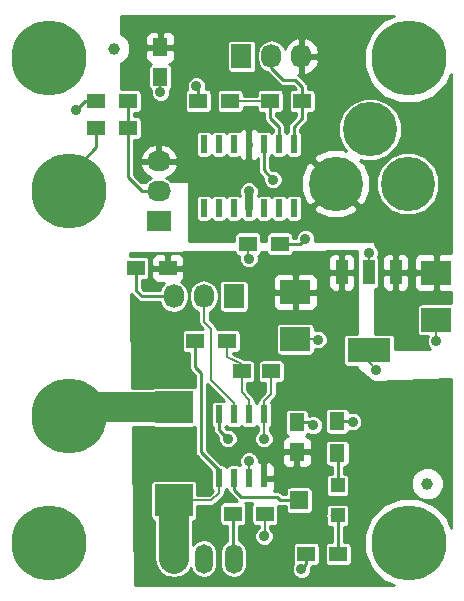
<source format=gtl>
G04 #@! TF.FileFunction,Copper,L1,Top,Signal*
%FSLAX46Y46*%
G04 Gerber Fmt 4.6, Leading zero omitted, Abs format (unit mm)*
G04 Created by KiCad (PCBNEW 4.0.1-stable) date 2/13/2016 7:13:49 PM*
%MOMM*%
G01*
G04 APERTURE LIST*
%ADD10C,0.150000*%
%ADD11C,4.600000*%
%ADD12C,6.350000*%
%ADD13R,2.032000X1.727200*%
%ADD14O,2.032000X1.727200*%
%ADD15R,1.727200X2.032000*%
%ADD16O,1.727200X2.032000*%
%ADD17R,0.600000X1.500000*%
%ADD18O,1.501140X2.499360*%
%ADD19R,1.500000X1.300000*%
%ADD20R,3.200000X2.700000*%
%ADD21R,1.300000X1.500000*%
%ADD22R,0.600000X1.550000*%
%ADD23R,2.500000X2.000000*%
%ADD24R,1.250000X1.500000*%
%ADD25R,1.500000X1.250000*%
%ADD26C,1.000000*%
%ADD27R,3.657600X2.032000*%
%ADD28R,1.016000X2.032000*%
%ADD29R,1.200000X1.200000*%
%ADD30R,1.500000X1.600000*%
%ADD31C,0.889000*%
%ADD32C,0.254000*%
%ADD33C,0.203200*%
%ADD34C,2.540000*%
%ADD35C,0.635000*%
G04 APERTURE END LIST*
D10*
D11*
X34417000Y-14605000D03*
X28317000Y-14605000D03*
X31217000Y-10005000D03*
D12*
X4000000Y-4000000D03*
X4000000Y-45000000D03*
X34500000Y-4000000D03*
X34500000Y-45000000D03*
D13*
X13335000Y-17780000D03*
D14*
X13335000Y-15240000D03*
X13335000Y-12700000D03*
D15*
X20320000Y-3810000D03*
D16*
X22860000Y-3810000D03*
X25400000Y-3810000D03*
D17*
X24765000Y-11270000D03*
X23495000Y-11270000D03*
X22225000Y-11270000D03*
X20955000Y-11270000D03*
X19685000Y-11270000D03*
X18415000Y-11270000D03*
X17145000Y-11270000D03*
X17145000Y-16670000D03*
X18415000Y-16670000D03*
X19685000Y-16670000D03*
X20955000Y-16670000D03*
X22225000Y-16670000D03*
X23495000Y-16670000D03*
X24765000Y-16670000D03*
D18*
X17145000Y-46355000D03*
X19685000Y-46355000D03*
X14605000Y-46355000D03*
D19*
X19605000Y-42545000D03*
X22305000Y-42545000D03*
X16430000Y-27940000D03*
X19130000Y-27940000D03*
D20*
X14605000Y-33515000D03*
X14605000Y-41415000D03*
D21*
X28448000Y-37418000D03*
X28448000Y-34718000D03*
D19*
X28528000Y-45974000D03*
X25828000Y-45974000D03*
D22*
X22225000Y-34130000D03*
X20955000Y-34130000D03*
X19685000Y-34130000D03*
X18415000Y-34130000D03*
X18415000Y-39530000D03*
X19685000Y-39530000D03*
X20955000Y-39530000D03*
X22225000Y-39530000D03*
D19*
X19384000Y-7620000D03*
X16684000Y-7620000D03*
X22780000Y-7620000D03*
X25480000Y-7620000D03*
D23*
X24892000Y-23781000D03*
X24892000Y-27781000D03*
D24*
X25019000Y-37318000D03*
X25019000Y-34818000D03*
X13462000Y-3068000D03*
X13462000Y-5568000D03*
D23*
X36830000Y-22130000D03*
X36830000Y-26130000D03*
D19*
X23575000Y-19685000D03*
X20875000Y-19685000D03*
D25*
X22840000Y-30480000D03*
X20340000Y-30480000D03*
D26*
X36068000Y-40005000D03*
X9525000Y-3175000D03*
D27*
X31115000Y-28702000D03*
D28*
X31115000Y-22098000D03*
X28829000Y-22098000D03*
X33401000Y-22098000D03*
D15*
X19685000Y-24130000D03*
D16*
X17145000Y-24130000D03*
X14605000Y-24130000D03*
D12*
X5715000Y-15240000D03*
X5715000Y-34290000D03*
D29*
X28470000Y-42672000D03*
D30*
X25220000Y-41402000D03*
D29*
X28470000Y-40132000D03*
D19*
X10748000Y-9906000D03*
X8048000Y-9906000D03*
X8048000Y-7620000D03*
X10748000Y-7620000D03*
X11400000Y-21750000D03*
X14100000Y-21750000D03*
D31*
X29750000Y-34750000D03*
X6350000Y-8382000D03*
X16510000Y-6350000D03*
X26416000Y-35052000D03*
X36830000Y-27940000D03*
X31115000Y-20447000D03*
X31750000Y-30353000D03*
X13462000Y-6858000D03*
X26797000Y-27813000D03*
X19177000Y-36195000D03*
X20955000Y-15240000D03*
X22225000Y-44450000D03*
X22225000Y-36195000D03*
X23000000Y-14250000D03*
X25750000Y-19250000D03*
X25400000Y-47244000D03*
X20955000Y-38100000D03*
X20955000Y-20955000D03*
D32*
X28448000Y-34718000D02*
X29718000Y-34718000D01*
X29718000Y-34718000D02*
X29750000Y-34750000D01*
X8048000Y-7620000D02*
X7112000Y-7620000D01*
X7112000Y-7620000D02*
X6350000Y-8382000D01*
X16684000Y-7620000D02*
X16684000Y-6524000D01*
X16684000Y-6524000D02*
X16510000Y-6350000D01*
X25019000Y-34818000D02*
X26182000Y-34818000D01*
X26182000Y-34818000D02*
X26416000Y-35052000D01*
D33*
X36830000Y-26130000D02*
X36830000Y-27940000D01*
X31115000Y-22098000D02*
X31115000Y-20447000D01*
X31115000Y-28702000D02*
X31115000Y-29718000D01*
X31115000Y-29718000D02*
X31750000Y-30353000D01*
X13462000Y-5568000D02*
X13462000Y-6858000D01*
X24892000Y-27781000D02*
X26765000Y-27781000D01*
X26765000Y-27781000D02*
X26797000Y-27813000D01*
D32*
X18415000Y-34130000D02*
X18415000Y-35433000D01*
X18415000Y-35433000D02*
X19177000Y-36195000D01*
D34*
X14605000Y-33515000D02*
X6490000Y-33515000D01*
X6490000Y-33515000D02*
X5715000Y-34290000D01*
D33*
X14605000Y-33515000D02*
X14605000Y-34671000D01*
D35*
X20955000Y-16670000D02*
X20955000Y-15240000D01*
D33*
X20340000Y-30480000D02*
X20340000Y-29865000D01*
X20340000Y-29865000D02*
X19130000Y-29290000D01*
X19130000Y-29290000D02*
X19130000Y-27940000D01*
X20955000Y-34130000D02*
X20955000Y-32893000D01*
X20340000Y-32278000D02*
X20340000Y-30480000D01*
X20955000Y-32893000D02*
X20340000Y-32278000D01*
D32*
X28470000Y-40132000D02*
X28470000Y-37440000D01*
X28470000Y-37440000D02*
X28448000Y-37418000D01*
X28470000Y-42672000D02*
X28470000Y-45916000D01*
X28470000Y-45916000D02*
X28528000Y-45974000D01*
X28470000Y-42672000D02*
X27940000Y-42672000D01*
D33*
X22225000Y-34130000D02*
X22225000Y-33020000D01*
X22225000Y-33020000D02*
X22840000Y-32405000D01*
X22840000Y-32405000D02*
X22840000Y-30480000D01*
X22225000Y-34130000D02*
X22225000Y-36195000D01*
X22305000Y-42545000D02*
X22305000Y-44370000D01*
X22305000Y-44370000D02*
X22225000Y-44450000D01*
D35*
X22225000Y-44450000D02*
X22305000Y-44370000D01*
D32*
X5715000Y-15240000D02*
X5715000Y-13843000D01*
X5715000Y-13843000D02*
X8048000Y-11510000D01*
X8048000Y-11510000D02*
X8048000Y-9906000D01*
D35*
X5715000Y-15240000D02*
X6350000Y-15240000D01*
D32*
X22860000Y-3810000D02*
X22860000Y-4826000D01*
X22860000Y-4826000D02*
X23876000Y-5842000D01*
X23876000Y-5842000D02*
X24892000Y-5842000D01*
X24892000Y-5842000D02*
X25480000Y-6430000D01*
X25480000Y-6430000D02*
X25480000Y-7620000D01*
X24765000Y-11270000D02*
X24765000Y-9779000D01*
X25480000Y-9064000D02*
X25480000Y-7620000D01*
X24765000Y-9779000D02*
X25480000Y-9064000D01*
D33*
X22860000Y-4826000D02*
X23876000Y-5842000D01*
D32*
X19605000Y-42545000D02*
X19605000Y-46275000D01*
X19605000Y-46275000D02*
X19685000Y-46355000D01*
D33*
X19605000Y-46275000D02*
X19685000Y-46355000D01*
D35*
X19685000Y-42625000D02*
X19605000Y-42545000D01*
D32*
X18415000Y-39530000D02*
X18415000Y-38862000D01*
X18415000Y-38862000D02*
X16891000Y-37338000D01*
X16430000Y-30146000D02*
X16430000Y-27940000D01*
X16891000Y-30607000D02*
X16430000Y-30146000D01*
X16891000Y-37338000D02*
X16891000Y-30607000D01*
D34*
X14605000Y-46355000D02*
X14605000Y-41415000D01*
D33*
X14605000Y-41415000D02*
X17767000Y-41415000D01*
X18415000Y-40767000D02*
X18415000Y-39530000D01*
X17767000Y-41415000D02*
X18415000Y-40767000D01*
D32*
X23495000Y-11270000D02*
X23495000Y-9779000D01*
X22780000Y-9064000D02*
X22780000Y-7620000D01*
X23495000Y-9779000D02*
X22780000Y-9064000D01*
D33*
X19384000Y-7620000D02*
X22780000Y-7620000D01*
D32*
X23575000Y-19685000D02*
X25315000Y-19685000D01*
X22225000Y-13475000D02*
X22225000Y-11270000D01*
X23000000Y-14250000D02*
X22225000Y-13475000D01*
X25315000Y-19685000D02*
X25750000Y-19250000D01*
X25828000Y-46816000D02*
X25400000Y-47244000D01*
X25828000Y-46816000D02*
X25828000Y-45974000D01*
D33*
X20875000Y-19685000D02*
X20875000Y-20875000D01*
X20875000Y-20875000D02*
X20955000Y-20955000D01*
X20955000Y-39530000D02*
X20955000Y-38100000D01*
D35*
X20955000Y-20955000D02*
X20875000Y-20875000D01*
D33*
X19685000Y-34130000D02*
X19685000Y-33147000D01*
X19685000Y-33147000D02*
X17780000Y-31242000D01*
X17780000Y-26924000D02*
X17145000Y-26289000D01*
X17780000Y-31242000D02*
X17780000Y-26924000D01*
X17145000Y-26289000D02*
X17145000Y-24130000D01*
D32*
X25220000Y-41402000D02*
X23622000Y-41402000D01*
X19685000Y-40513000D02*
X19685000Y-39530000D01*
X20320000Y-41148000D02*
X19685000Y-40513000D01*
X23368000Y-41148000D02*
X20320000Y-41148000D01*
X23622000Y-41402000D02*
X23368000Y-41148000D01*
X10748000Y-9906000D02*
X10748000Y-7620000D01*
X13335000Y-15240000D02*
X11938000Y-15240000D01*
X10748000Y-14050000D02*
X10748000Y-9906000D01*
X11938000Y-15240000D02*
X10748000Y-14050000D01*
X14605000Y-24130000D02*
X11880000Y-24130000D01*
X11400000Y-23650000D02*
X11400000Y-21750000D01*
X11880000Y-24130000D02*
X11400000Y-23650000D01*
G36*
X32344628Y-768156D02*
X31271923Y-1838991D01*
X30690663Y-3238819D01*
X30689340Y-4754531D01*
X31268156Y-6155372D01*
X32338991Y-7228077D01*
X33738819Y-7809337D01*
X35254531Y-7810660D01*
X36655372Y-7231844D01*
X37728077Y-6161009D01*
X38094800Y-5277843D01*
X38094800Y-20495000D01*
X37115750Y-20495000D01*
X36957000Y-20653750D01*
X36957000Y-22003000D01*
X36977000Y-22003000D01*
X36977000Y-22257000D01*
X36957000Y-22257000D01*
X36957000Y-23606250D01*
X37115750Y-23765000D01*
X38094800Y-23765000D01*
X38094800Y-24744533D01*
X38080000Y-24741536D01*
X35580000Y-24741536D01*
X35438810Y-24768103D01*
X35309135Y-24851546D01*
X35222141Y-24978866D01*
X35191536Y-25130000D01*
X35191536Y-27130000D01*
X35218103Y-27271190D01*
X35301546Y-27400865D01*
X35428866Y-27487859D01*
X35580000Y-27518464D01*
X36111198Y-27518464D01*
X36004643Y-27775077D01*
X36004357Y-28103482D01*
X36129767Y-28406998D01*
X36297476Y-28575000D01*
X33332264Y-28575000D01*
X33332264Y-27686000D01*
X33305697Y-27544810D01*
X33222254Y-27415135D01*
X33094934Y-27328141D01*
X32943800Y-27297536D01*
X31636593Y-27297536D01*
X31623000Y-27272616D01*
X31623000Y-23502464D01*
X31764190Y-23475897D01*
X31893865Y-23392454D01*
X31980859Y-23265134D01*
X32011464Y-23114000D01*
X32011464Y-22383750D01*
X32258000Y-22383750D01*
X32258000Y-23240310D01*
X32354673Y-23473699D01*
X32533302Y-23652327D01*
X32766691Y-23749000D01*
X33115250Y-23749000D01*
X33274000Y-23590250D01*
X33274000Y-22225000D01*
X33528000Y-22225000D01*
X33528000Y-23590250D01*
X33686750Y-23749000D01*
X34035309Y-23749000D01*
X34268698Y-23652327D01*
X34447327Y-23473699D01*
X34544000Y-23240310D01*
X34544000Y-22415750D01*
X34945000Y-22415750D01*
X34945000Y-23256309D01*
X35041673Y-23489698D01*
X35220301Y-23668327D01*
X35453690Y-23765000D01*
X36544250Y-23765000D01*
X36703000Y-23606250D01*
X36703000Y-22257000D01*
X35103750Y-22257000D01*
X34945000Y-22415750D01*
X34544000Y-22415750D01*
X34544000Y-22383750D01*
X34385250Y-22225000D01*
X33528000Y-22225000D01*
X33274000Y-22225000D01*
X32416750Y-22225000D01*
X32258000Y-22383750D01*
X32011464Y-22383750D01*
X32011464Y-21082000D01*
X31987697Y-20955690D01*
X32258000Y-20955690D01*
X32258000Y-21812250D01*
X32416750Y-21971000D01*
X33274000Y-21971000D01*
X33274000Y-20605750D01*
X33528000Y-20605750D01*
X33528000Y-21971000D01*
X34385250Y-21971000D01*
X34544000Y-21812250D01*
X34544000Y-21003691D01*
X34945000Y-21003691D01*
X34945000Y-21844250D01*
X35103750Y-22003000D01*
X36703000Y-22003000D01*
X36703000Y-20653750D01*
X36544250Y-20495000D01*
X35453690Y-20495000D01*
X35220301Y-20591673D01*
X35041673Y-20770302D01*
X34945000Y-21003691D01*
X34544000Y-21003691D01*
X34544000Y-20955690D01*
X34447327Y-20722301D01*
X34268698Y-20543673D01*
X34035309Y-20447000D01*
X33686750Y-20447000D01*
X33528000Y-20605750D01*
X33274000Y-20605750D01*
X33115250Y-20447000D01*
X32766691Y-20447000D01*
X32533302Y-20543673D01*
X32354673Y-20722301D01*
X32258000Y-20955690D01*
X31987697Y-20955690D01*
X31984897Y-20940810D01*
X31901454Y-20811135D01*
X31867321Y-20787813D01*
X31940357Y-20611923D01*
X31940643Y-20283518D01*
X31815233Y-19980002D01*
X31623000Y-19787433D01*
X31623000Y-19558000D01*
X31612994Y-19508590D01*
X31584553Y-19466965D01*
X31542159Y-19439685D01*
X31496000Y-19431000D01*
X26568681Y-19431000D01*
X26575357Y-19414923D01*
X26575643Y-19086518D01*
X26450233Y-18783002D01*
X26218219Y-18550583D01*
X25914923Y-18424643D01*
X25586518Y-18424357D01*
X25283002Y-18549767D01*
X25050583Y-18781781D01*
X24924643Y-19085077D01*
X24924563Y-19177000D01*
X24713464Y-19177000D01*
X24713464Y-19035000D01*
X24686897Y-18893810D01*
X24603454Y-18764135D01*
X24476134Y-18677141D01*
X24325000Y-18646536D01*
X22825000Y-18646536D01*
X22683810Y-18673103D01*
X22554135Y-18756546D01*
X22467141Y-18883866D01*
X22436536Y-19035000D01*
X22436536Y-19431000D01*
X22013464Y-19431000D01*
X22013464Y-19035000D01*
X21986897Y-18893810D01*
X21903454Y-18764135D01*
X21776134Y-18677141D01*
X21625000Y-18646536D01*
X20125000Y-18646536D01*
X19983810Y-18673103D01*
X19854135Y-18756546D01*
X19767141Y-18883866D01*
X19736536Y-19035000D01*
X19736536Y-19431000D01*
X15875000Y-19431000D01*
X15875000Y-15920000D01*
X16456536Y-15920000D01*
X16456536Y-17420000D01*
X16483103Y-17561190D01*
X16566546Y-17690865D01*
X16693866Y-17777859D01*
X16845000Y-17808464D01*
X17445000Y-17808464D01*
X17586190Y-17781897D01*
X17715865Y-17698454D01*
X17780530Y-17603813D01*
X17836546Y-17690865D01*
X17963866Y-17777859D01*
X18115000Y-17808464D01*
X18715000Y-17808464D01*
X18856190Y-17781897D01*
X18985865Y-17698454D01*
X19050530Y-17603813D01*
X19106546Y-17690865D01*
X19233866Y-17777859D01*
X19385000Y-17808464D01*
X19985000Y-17808464D01*
X20126190Y-17781897D01*
X20255865Y-17698454D01*
X20320530Y-17603813D01*
X20376546Y-17690865D01*
X20503866Y-17777859D01*
X20655000Y-17808464D01*
X21255000Y-17808464D01*
X21396190Y-17781897D01*
X21525865Y-17698454D01*
X21590530Y-17603813D01*
X21646546Y-17690865D01*
X21773866Y-17777859D01*
X21925000Y-17808464D01*
X22525000Y-17808464D01*
X22666190Y-17781897D01*
X22795865Y-17698454D01*
X22860530Y-17603813D01*
X22916546Y-17690865D01*
X23043866Y-17777859D01*
X23195000Y-17808464D01*
X23795000Y-17808464D01*
X23936190Y-17781897D01*
X24065865Y-17698454D01*
X24130530Y-17603813D01*
X24186546Y-17690865D01*
X24313866Y-17777859D01*
X24465000Y-17808464D01*
X25065000Y-17808464D01*
X25206190Y-17781897D01*
X25335865Y-17698454D01*
X25422859Y-17571134D01*
X25453464Y-17420000D01*
X25453464Y-16696553D01*
X26405052Y-16696553D01*
X26662383Y-17098451D01*
X27742536Y-17541843D01*
X28910145Y-17538127D01*
X29971617Y-17098451D01*
X30228948Y-16696553D01*
X28317000Y-14784605D01*
X26405052Y-16696553D01*
X25453464Y-16696553D01*
X25453464Y-15920000D01*
X25426897Y-15778810D01*
X25343454Y-15649135D01*
X25216134Y-15562141D01*
X25065000Y-15531536D01*
X24465000Y-15531536D01*
X24323810Y-15558103D01*
X24194135Y-15641546D01*
X24129470Y-15736187D01*
X24073454Y-15649135D01*
X23946134Y-15562141D01*
X23795000Y-15531536D01*
X23195000Y-15531536D01*
X23053810Y-15558103D01*
X22924135Y-15641546D01*
X22859470Y-15736187D01*
X22803454Y-15649135D01*
X22676134Y-15562141D01*
X22525000Y-15531536D01*
X21925000Y-15531536D01*
X21783810Y-15558103D01*
X21692300Y-15616988D01*
X21780357Y-15404923D01*
X21780643Y-15076518D01*
X21655233Y-14773002D01*
X21423219Y-14540583D01*
X21119923Y-14414643D01*
X20791518Y-14414357D01*
X20488002Y-14539767D01*
X20255583Y-14771781D01*
X20129643Y-15075077D01*
X20129357Y-15403482D01*
X20218036Y-15618102D01*
X20136134Y-15562141D01*
X19985000Y-15531536D01*
X19385000Y-15531536D01*
X19243810Y-15558103D01*
X19114135Y-15641546D01*
X19049470Y-15736187D01*
X18993454Y-15649135D01*
X18866134Y-15562141D01*
X18715000Y-15531536D01*
X18115000Y-15531536D01*
X17973810Y-15558103D01*
X17844135Y-15641546D01*
X17779470Y-15736187D01*
X17723454Y-15649135D01*
X17596134Y-15562141D01*
X17445000Y-15531536D01*
X16845000Y-15531536D01*
X16703810Y-15558103D01*
X16574135Y-15641546D01*
X16487141Y-15768866D01*
X16456536Y-15920000D01*
X15875000Y-15920000D01*
X15875000Y-14478000D01*
X15864994Y-14428590D01*
X15836553Y-14386965D01*
X15794159Y-14359685D01*
X15745178Y-14351031D01*
X14408729Y-14380730D01*
X14394834Y-14359935D01*
X13991057Y-14090140D01*
X13976757Y-14087296D01*
X14249320Y-13991954D01*
X14685732Y-13602036D01*
X14939709Y-13074791D01*
X14942358Y-13059026D01*
X14821217Y-12827000D01*
X13462000Y-12827000D01*
X13462000Y-12847000D01*
X13208000Y-12847000D01*
X13208000Y-12827000D01*
X11848783Y-12827000D01*
X11727642Y-13059026D01*
X11730291Y-13074791D01*
X11984268Y-13602036D01*
X12420680Y-13991954D01*
X12693243Y-14087296D01*
X12678943Y-14090140D01*
X12275166Y-14359935D01*
X12228904Y-14429170D01*
X11853923Y-14437503D01*
X11256000Y-13839580D01*
X11256000Y-12340974D01*
X11727642Y-12340974D01*
X11848783Y-12573000D01*
X13208000Y-12573000D01*
X13208000Y-11359076D01*
X13462000Y-11359076D01*
X13462000Y-12573000D01*
X14821217Y-12573000D01*
X14942358Y-12340974D01*
X14939709Y-12325209D01*
X14685732Y-11797964D01*
X14249320Y-11408046D01*
X13696913Y-11214816D01*
X13462000Y-11359076D01*
X13208000Y-11359076D01*
X12973087Y-11214816D01*
X12420680Y-11408046D01*
X11984268Y-11797964D01*
X11730291Y-12325209D01*
X11727642Y-12340974D01*
X11256000Y-12340974D01*
X11256000Y-10944464D01*
X11498000Y-10944464D01*
X11639190Y-10917897D01*
X11768865Y-10834454D01*
X11855859Y-10707134D01*
X11886464Y-10556000D01*
X11886464Y-10520000D01*
X16456536Y-10520000D01*
X16456536Y-12020000D01*
X16483103Y-12161190D01*
X16566546Y-12290865D01*
X16693866Y-12377859D01*
X16845000Y-12408464D01*
X17445000Y-12408464D01*
X17586190Y-12381897D01*
X17715865Y-12298454D01*
X17780530Y-12203813D01*
X17836546Y-12290865D01*
X17963866Y-12377859D01*
X18115000Y-12408464D01*
X18715000Y-12408464D01*
X18856190Y-12381897D01*
X18985865Y-12298454D01*
X19050530Y-12203813D01*
X19106546Y-12290865D01*
X19233866Y-12377859D01*
X19385000Y-12408464D01*
X19985000Y-12408464D01*
X20120031Y-12383056D01*
X20295301Y-12558327D01*
X20528690Y-12655000D01*
X20669250Y-12655000D01*
X20828000Y-12496250D01*
X20828000Y-11397000D01*
X20808000Y-11397000D01*
X20808000Y-11143000D01*
X20828000Y-11143000D01*
X20828000Y-10043750D01*
X20669250Y-9885000D01*
X20528690Y-9885000D01*
X20295301Y-9981673D01*
X20118421Y-10158554D01*
X19985000Y-10131536D01*
X19385000Y-10131536D01*
X19243810Y-10158103D01*
X19114135Y-10241546D01*
X19049470Y-10336187D01*
X18993454Y-10249135D01*
X18866134Y-10162141D01*
X18715000Y-10131536D01*
X18115000Y-10131536D01*
X17973810Y-10158103D01*
X17844135Y-10241546D01*
X17779470Y-10336187D01*
X17723454Y-10249135D01*
X17596134Y-10162141D01*
X17445000Y-10131536D01*
X16845000Y-10131536D01*
X16703810Y-10158103D01*
X16574135Y-10241546D01*
X16487141Y-10368866D01*
X16456536Y-10520000D01*
X11886464Y-10520000D01*
X11886464Y-9256000D01*
X11859897Y-9114810D01*
X11776454Y-8985135D01*
X11649134Y-8898141D01*
X11498000Y-8867536D01*
X11256000Y-8867536D01*
X11256000Y-8658464D01*
X11498000Y-8658464D01*
X11639190Y-8631897D01*
X11768865Y-8548454D01*
X11855859Y-8421134D01*
X11886464Y-8270000D01*
X11886464Y-6970000D01*
X11859897Y-6828810D01*
X11776454Y-6699135D01*
X11649134Y-6612141D01*
X11498000Y-6581536D01*
X10160000Y-6581536D01*
X10160000Y-4424180D01*
X10315303Y-4360010D01*
X10708629Y-3967370D01*
X10921757Y-3454100D01*
X10921844Y-3353750D01*
X12202000Y-3353750D01*
X12202000Y-3944309D01*
X12298673Y-4177698D01*
X12477301Y-4356327D01*
X12710690Y-4453000D01*
X12712301Y-4453000D01*
X12695810Y-4456103D01*
X12566135Y-4539546D01*
X12479141Y-4666866D01*
X12448536Y-4818000D01*
X12448536Y-6318000D01*
X12475103Y-6459190D01*
X12558546Y-6588865D01*
X12653091Y-6653465D01*
X12636643Y-6693077D01*
X12636357Y-7021482D01*
X12761767Y-7324998D01*
X12993781Y-7557417D01*
X13297077Y-7683357D01*
X13625482Y-7683643D01*
X13928998Y-7558233D01*
X14161417Y-7326219D01*
X14287357Y-7022923D01*
X14287403Y-6970000D01*
X15545536Y-6970000D01*
X15545536Y-8270000D01*
X15572103Y-8411190D01*
X15655546Y-8540865D01*
X15782866Y-8627859D01*
X15934000Y-8658464D01*
X17434000Y-8658464D01*
X17575190Y-8631897D01*
X17704865Y-8548454D01*
X17791859Y-8421134D01*
X17822464Y-8270000D01*
X17822464Y-6970000D01*
X18245536Y-6970000D01*
X18245536Y-8270000D01*
X18272103Y-8411190D01*
X18355546Y-8540865D01*
X18482866Y-8627859D01*
X18634000Y-8658464D01*
X20134000Y-8658464D01*
X20275190Y-8631897D01*
X20404865Y-8548454D01*
X20491859Y-8421134D01*
X20522464Y-8270000D01*
X20522464Y-8102600D01*
X21641536Y-8102600D01*
X21641536Y-8270000D01*
X21668103Y-8411190D01*
X21751546Y-8540865D01*
X21878866Y-8627859D01*
X22030000Y-8658464D01*
X22272000Y-8658464D01*
X22272000Y-9064000D01*
X22310669Y-9258403D01*
X22420790Y-9423210D01*
X22987000Y-9989420D01*
X22987000Y-10201094D01*
X22924135Y-10241546D01*
X22859470Y-10336187D01*
X22803454Y-10249135D01*
X22676134Y-10162141D01*
X22525000Y-10131536D01*
X21925000Y-10131536D01*
X21789969Y-10156944D01*
X21614699Y-9981673D01*
X21381310Y-9885000D01*
X21240750Y-9885000D01*
X21082000Y-10043750D01*
X21082000Y-11143000D01*
X21102000Y-11143000D01*
X21102000Y-11397000D01*
X21082000Y-11397000D01*
X21082000Y-12496250D01*
X21240750Y-12655000D01*
X21381310Y-12655000D01*
X21614699Y-12558327D01*
X21717000Y-12456025D01*
X21717000Y-13475000D01*
X21755669Y-13669403D01*
X21865790Y-13834210D01*
X22174593Y-14143013D01*
X22174357Y-14413482D01*
X22299767Y-14716998D01*
X22531781Y-14949417D01*
X22835077Y-15075357D01*
X23163482Y-15075643D01*
X23466998Y-14950233D01*
X23699417Y-14718219D01*
X23825357Y-14414923D01*
X23825643Y-14086518D01*
X23802512Y-14030536D01*
X25380157Y-14030536D01*
X25383873Y-15198145D01*
X25823549Y-16259617D01*
X26225447Y-16516948D01*
X28137395Y-14605000D01*
X26225447Y-12693052D01*
X25823549Y-12950383D01*
X25380157Y-14030536D01*
X23802512Y-14030536D01*
X23700233Y-13783002D01*
X23468219Y-13550583D01*
X23164923Y-13424643D01*
X22892826Y-13424406D01*
X22733000Y-13264580D01*
X22733000Y-12513447D01*
X26405052Y-12513447D01*
X28317000Y-14425395D01*
X28331143Y-14411253D01*
X28510748Y-14590858D01*
X28496605Y-14605000D01*
X30408553Y-16516948D01*
X30810451Y-16259617D01*
X31253843Y-15179464D01*
X31253705Y-15135944D01*
X31735536Y-15135944D01*
X32142833Y-16121681D01*
X32896353Y-16876516D01*
X33881377Y-17285534D01*
X34947944Y-17286464D01*
X35933681Y-16879167D01*
X36688516Y-16125647D01*
X37097534Y-15140623D01*
X37098464Y-14074056D01*
X36691167Y-13088319D01*
X35937647Y-12333484D01*
X34952623Y-11924466D01*
X33886056Y-11923536D01*
X32900319Y-12330833D01*
X32145484Y-13084353D01*
X31736466Y-14069377D01*
X31735536Y-15135944D01*
X31253705Y-15135944D01*
X31250127Y-14011855D01*
X30810451Y-12950383D01*
X30408555Y-12693053D01*
X30493915Y-12607693D01*
X30681377Y-12685534D01*
X31747944Y-12686464D01*
X32733681Y-12279167D01*
X33488516Y-11525647D01*
X33897534Y-10540623D01*
X33898464Y-9474056D01*
X33491167Y-8488319D01*
X32737647Y-7733484D01*
X31752623Y-7324466D01*
X30686056Y-7323536D01*
X29700319Y-7730833D01*
X28945484Y-8484353D01*
X28536466Y-9469377D01*
X28535536Y-10535944D01*
X28942833Y-11521681D01*
X29226234Y-11805577D01*
X28891464Y-11668157D01*
X27723855Y-11671873D01*
X26662383Y-12111549D01*
X26405052Y-12513447D01*
X22733000Y-12513447D01*
X22733000Y-12338906D01*
X22795865Y-12298454D01*
X22860530Y-12203813D01*
X22916546Y-12290865D01*
X23043866Y-12377859D01*
X23195000Y-12408464D01*
X23795000Y-12408464D01*
X23936190Y-12381897D01*
X24065865Y-12298454D01*
X24130530Y-12203813D01*
X24186546Y-12290865D01*
X24313866Y-12377859D01*
X24465000Y-12408464D01*
X25065000Y-12408464D01*
X25206190Y-12381897D01*
X25335865Y-12298454D01*
X25422859Y-12171134D01*
X25453464Y-12020000D01*
X25453464Y-10520000D01*
X25426897Y-10378810D01*
X25343454Y-10249135D01*
X25273000Y-10200996D01*
X25273000Y-9989420D01*
X25839210Y-9423210D01*
X25949331Y-9258403D01*
X25988000Y-9064000D01*
X25988000Y-8658464D01*
X26230000Y-8658464D01*
X26371190Y-8631897D01*
X26500865Y-8548454D01*
X26587859Y-8421134D01*
X26618464Y-8270000D01*
X26618464Y-6970000D01*
X26591897Y-6828810D01*
X26508454Y-6699135D01*
X26381134Y-6612141D01*
X26230000Y-6581536D01*
X25988000Y-6581536D01*
X25988000Y-6430000D01*
X25949331Y-6235597D01*
X25926354Y-6201210D01*
X25839211Y-6070790D01*
X25251210Y-5482790D01*
X25104021Y-5384441D01*
X25273000Y-5296217D01*
X25273000Y-3937000D01*
X25527000Y-3937000D01*
X25527000Y-5296217D01*
X25759026Y-5417358D01*
X25774791Y-5414709D01*
X26302036Y-5160732D01*
X26691954Y-4724320D01*
X26885184Y-4171913D01*
X26740924Y-3937000D01*
X25527000Y-3937000D01*
X25273000Y-3937000D01*
X25253000Y-3937000D01*
X25253000Y-3683000D01*
X25273000Y-3683000D01*
X25273000Y-2323783D01*
X25527000Y-2323783D01*
X25527000Y-3683000D01*
X26740924Y-3683000D01*
X26885184Y-3448087D01*
X26691954Y-2895680D01*
X26302036Y-2459268D01*
X25774791Y-2205291D01*
X25759026Y-2202642D01*
X25527000Y-2323783D01*
X25273000Y-2323783D01*
X25040974Y-2202642D01*
X25025209Y-2205291D01*
X24497964Y-2459268D01*
X24108046Y-2895680D01*
X24012704Y-3168243D01*
X24009860Y-3153943D01*
X23740065Y-2750166D01*
X23336288Y-2480371D01*
X22860000Y-2385631D01*
X22383712Y-2480371D01*
X21979935Y-2750166D01*
X21710140Y-3153943D01*
X21615400Y-3630231D01*
X21615400Y-3989769D01*
X21710140Y-4466057D01*
X21979935Y-4869834D01*
X22383712Y-5139629D01*
X22483611Y-5159500D01*
X22500790Y-5185210D01*
X23516790Y-6201210D01*
X23681597Y-6311331D01*
X23876000Y-6350000D01*
X24681580Y-6350000D01*
X24913115Y-6581536D01*
X24730000Y-6581536D01*
X24588810Y-6608103D01*
X24459135Y-6691546D01*
X24372141Y-6818866D01*
X24341536Y-6970000D01*
X24341536Y-8270000D01*
X24368103Y-8411190D01*
X24451546Y-8540865D01*
X24578866Y-8627859D01*
X24730000Y-8658464D01*
X24972000Y-8658464D01*
X24972000Y-8853580D01*
X24405790Y-9419790D01*
X24295669Y-9584597D01*
X24257000Y-9779000D01*
X24257000Y-10201094D01*
X24194135Y-10241546D01*
X24129470Y-10336187D01*
X24073454Y-10249135D01*
X24003000Y-10200996D01*
X24003000Y-9779000D01*
X23964331Y-9584597D01*
X23854210Y-9419790D01*
X23288000Y-8853580D01*
X23288000Y-8658464D01*
X23530000Y-8658464D01*
X23671190Y-8631897D01*
X23800865Y-8548454D01*
X23887859Y-8421134D01*
X23918464Y-8270000D01*
X23918464Y-6970000D01*
X23891897Y-6828810D01*
X23808454Y-6699135D01*
X23681134Y-6612141D01*
X23530000Y-6581536D01*
X22030000Y-6581536D01*
X21888810Y-6608103D01*
X21759135Y-6691546D01*
X21672141Y-6818866D01*
X21641536Y-6970000D01*
X21641536Y-7137400D01*
X20522464Y-7137400D01*
X20522464Y-6970000D01*
X20495897Y-6828810D01*
X20412454Y-6699135D01*
X20285134Y-6612141D01*
X20134000Y-6581536D01*
X18634000Y-6581536D01*
X18492810Y-6608103D01*
X18363135Y-6691546D01*
X18276141Y-6818866D01*
X18245536Y-6970000D01*
X17822464Y-6970000D01*
X17795897Y-6828810D01*
X17712454Y-6699135D01*
X17585134Y-6612141D01*
X17434000Y-6581536D01*
X17307697Y-6581536D01*
X17335357Y-6514923D01*
X17335643Y-6186518D01*
X17210233Y-5883002D01*
X16978219Y-5650583D01*
X16674923Y-5524643D01*
X16346518Y-5524357D01*
X16043002Y-5649767D01*
X15810583Y-5881781D01*
X15684643Y-6185077D01*
X15684357Y-6513482D01*
X15738021Y-6643359D01*
X15663135Y-6691546D01*
X15576141Y-6818866D01*
X15545536Y-6970000D01*
X14287403Y-6970000D01*
X14287643Y-6694518D01*
X14270383Y-6652746D01*
X14357865Y-6596454D01*
X14444859Y-6469134D01*
X14475464Y-6318000D01*
X14475464Y-4818000D01*
X14448897Y-4676810D01*
X14365454Y-4547135D01*
X14238134Y-4460141D01*
X14202870Y-4453000D01*
X14213310Y-4453000D01*
X14446699Y-4356327D01*
X14625327Y-4177698D01*
X14722000Y-3944309D01*
X14722000Y-3353750D01*
X14563250Y-3195000D01*
X13589000Y-3195000D01*
X13589000Y-3215000D01*
X13335000Y-3215000D01*
X13335000Y-3195000D01*
X12360750Y-3195000D01*
X12202000Y-3353750D01*
X10921844Y-3353750D01*
X10922242Y-2898339D01*
X10710010Y-2384697D01*
X10517341Y-2191691D01*
X12202000Y-2191691D01*
X12202000Y-2782250D01*
X12360750Y-2941000D01*
X13335000Y-2941000D01*
X13335000Y-1841750D01*
X13589000Y-1841750D01*
X13589000Y-2941000D01*
X14563250Y-2941000D01*
X14710250Y-2794000D01*
X19067936Y-2794000D01*
X19067936Y-4826000D01*
X19094503Y-4967190D01*
X19177946Y-5096865D01*
X19305266Y-5183859D01*
X19456400Y-5214464D01*
X21183600Y-5214464D01*
X21324790Y-5187897D01*
X21454465Y-5104454D01*
X21541459Y-4977134D01*
X21572064Y-4826000D01*
X21572064Y-2794000D01*
X21545497Y-2652810D01*
X21462054Y-2523135D01*
X21334734Y-2436141D01*
X21183600Y-2405536D01*
X19456400Y-2405536D01*
X19315210Y-2432103D01*
X19185535Y-2515546D01*
X19098541Y-2642866D01*
X19067936Y-2794000D01*
X14710250Y-2794000D01*
X14722000Y-2782250D01*
X14722000Y-2191691D01*
X14625327Y-1958302D01*
X14446699Y-1779673D01*
X14213310Y-1683000D01*
X13747750Y-1683000D01*
X13589000Y-1841750D01*
X13335000Y-1841750D01*
X13176250Y-1683000D01*
X12710690Y-1683000D01*
X12477301Y-1779673D01*
X12298673Y-1958302D01*
X12202000Y-2191691D01*
X10517341Y-2191691D01*
X10317370Y-1991371D01*
X10160000Y-1926025D01*
X10160000Y-405200D01*
X33223048Y-405200D01*
X32344628Y-768156D01*
X32344628Y-768156D01*
G37*
X32344628Y-768156D02*
X31271923Y-1838991D01*
X30690663Y-3238819D01*
X30689340Y-4754531D01*
X31268156Y-6155372D01*
X32338991Y-7228077D01*
X33738819Y-7809337D01*
X35254531Y-7810660D01*
X36655372Y-7231844D01*
X37728077Y-6161009D01*
X38094800Y-5277843D01*
X38094800Y-20495000D01*
X37115750Y-20495000D01*
X36957000Y-20653750D01*
X36957000Y-22003000D01*
X36977000Y-22003000D01*
X36977000Y-22257000D01*
X36957000Y-22257000D01*
X36957000Y-23606250D01*
X37115750Y-23765000D01*
X38094800Y-23765000D01*
X38094800Y-24744533D01*
X38080000Y-24741536D01*
X35580000Y-24741536D01*
X35438810Y-24768103D01*
X35309135Y-24851546D01*
X35222141Y-24978866D01*
X35191536Y-25130000D01*
X35191536Y-27130000D01*
X35218103Y-27271190D01*
X35301546Y-27400865D01*
X35428866Y-27487859D01*
X35580000Y-27518464D01*
X36111198Y-27518464D01*
X36004643Y-27775077D01*
X36004357Y-28103482D01*
X36129767Y-28406998D01*
X36297476Y-28575000D01*
X33332264Y-28575000D01*
X33332264Y-27686000D01*
X33305697Y-27544810D01*
X33222254Y-27415135D01*
X33094934Y-27328141D01*
X32943800Y-27297536D01*
X31636593Y-27297536D01*
X31623000Y-27272616D01*
X31623000Y-23502464D01*
X31764190Y-23475897D01*
X31893865Y-23392454D01*
X31980859Y-23265134D01*
X32011464Y-23114000D01*
X32011464Y-22383750D01*
X32258000Y-22383750D01*
X32258000Y-23240310D01*
X32354673Y-23473699D01*
X32533302Y-23652327D01*
X32766691Y-23749000D01*
X33115250Y-23749000D01*
X33274000Y-23590250D01*
X33274000Y-22225000D01*
X33528000Y-22225000D01*
X33528000Y-23590250D01*
X33686750Y-23749000D01*
X34035309Y-23749000D01*
X34268698Y-23652327D01*
X34447327Y-23473699D01*
X34544000Y-23240310D01*
X34544000Y-22415750D01*
X34945000Y-22415750D01*
X34945000Y-23256309D01*
X35041673Y-23489698D01*
X35220301Y-23668327D01*
X35453690Y-23765000D01*
X36544250Y-23765000D01*
X36703000Y-23606250D01*
X36703000Y-22257000D01*
X35103750Y-22257000D01*
X34945000Y-22415750D01*
X34544000Y-22415750D01*
X34544000Y-22383750D01*
X34385250Y-22225000D01*
X33528000Y-22225000D01*
X33274000Y-22225000D01*
X32416750Y-22225000D01*
X32258000Y-22383750D01*
X32011464Y-22383750D01*
X32011464Y-21082000D01*
X31987697Y-20955690D01*
X32258000Y-20955690D01*
X32258000Y-21812250D01*
X32416750Y-21971000D01*
X33274000Y-21971000D01*
X33274000Y-20605750D01*
X33528000Y-20605750D01*
X33528000Y-21971000D01*
X34385250Y-21971000D01*
X34544000Y-21812250D01*
X34544000Y-21003691D01*
X34945000Y-21003691D01*
X34945000Y-21844250D01*
X35103750Y-22003000D01*
X36703000Y-22003000D01*
X36703000Y-20653750D01*
X36544250Y-20495000D01*
X35453690Y-20495000D01*
X35220301Y-20591673D01*
X35041673Y-20770302D01*
X34945000Y-21003691D01*
X34544000Y-21003691D01*
X34544000Y-20955690D01*
X34447327Y-20722301D01*
X34268698Y-20543673D01*
X34035309Y-20447000D01*
X33686750Y-20447000D01*
X33528000Y-20605750D01*
X33274000Y-20605750D01*
X33115250Y-20447000D01*
X32766691Y-20447000D01*
X32533302Y-20543673D01*
X32354673Y-20722301D01*
X32258000Y-20955690D01*
X31987697Y-20955690D01*
X31984897Y-20940810D01*
X31901454Y-20811135D01*
X31867321Y-20787813D01*
X31940357Y-20611923D01*
X31940643Y-20283518D01*
X31815233Y-19980002D01*
X31623000Y-19787433D01*
X31623000Y-19558000D01*
X31612994Y-19508590D01*
X31584553Y-19466965D01*
X31542159Y-19439685D01*
X31496000Y-19431000D01*
X26568681Y-19431000D01*
X26575357Y-19414923D01*
X26575643Y-19086518D01*
X26450233Y-18783002D01*
X26218219Y-18550583D01*
X25914923Y-18424643D01*
X25586518Y-18424357D01*
X25283002Y-18549767D01*
X25050583Y-18781781D01*
X24924643Y-19085077D01*
X24924563Y-19177000D01*
X24713464Y-19177000D01*
X24713464Y-19035000D01*
X24686897Y-18893810D01*
X24603454Y-18764135D01*
X24476134Y-18677141D01*
X24325000Y-18646536D01*
X22825000Y-18646536D01*
X22683810Y-18673103D01*
X22554135Y-18756546D01*
X22467141Y-18883866D01*
X22436536Y-19035000D01*
X22436536Y-19431000D01*
X22013464Y-19431000D01*
X22013464Y-19035000D01*
X21986897Y-18893810D01*
X21903454Y-18764135D01*
X21776134Y-18677141D01*
X21625000Y-18646536D01*
X20125000Y-18646536D01*
X19983810Y-18673103D01*
X19854135Y-18756546D01*
X19767141Y-18883866D01*
X19736536Y-19035000D01*
X19736536Y-19431000D01*
X15875000Y-19431000D01*
X15875000Y-15920000D01*
X16456536Y-15920000D01*
X16456536Y-17420000D01*
X16483103Y-17561190D01*
X16566546Y-17690865D01*
X16693866Y-17777859D01*
X16845000Y-17808464D01*
X17445000Y-17808464D01*
X17586190Y-17781897D01*
X17715865Y-17698454D01*
X17780530Y-17603813D01*
X17836546Y-17690865D01*
X17963866Y-17777859D01*
X18115000Y-17808464D01*
X18715000Y-17808464D01*
X18856190Y-17781897D01*
X18985865Y-17698454D01*
X19050530Y-17603813D01*
X19106546Y-17690865D01*
X19233866Y-17777859D01*
X19385000Y-17808464D01*
X19985000Y-17808464D01*
X20126190Y-17781897D01*
X20255865Y-17698454D01*
X20320530Y-17603813D01*
X20376546Y-17690865D01*
X20503866Y-17777859D01*
X20655000Y-17808464D01*
X21255000Y-17808464D01*
X21396190Y-17781897D01*
X21525865Y-17698454D01*
X21590530Y-17603813D01*
X21646546Y-17690865D01*
X21773866Y-17777859D01*
X21925000Y-17808464D01*
X22525000Y-17808464D01*
X22666190Y-17781897D01*
X22795865Y-17698454D01*
X22860530Y-17603813D01*
X22916546Y-17690865D01*
X23043866Y-17777859D01*
X23195000Y-17808464D01*
X23795000Y-17808464D01*
X23936190Y-17781897D01*
X24065865Y-17698454D01*
X24130530Y-17603813D01*
X24186546Y-17690865D01*
X24313866Y-17777859D01*
X24465000Y-17808464D01*
X25065000Y-17808464D01*
X25206190Y-17781897D01*
X25335865Y-17698454D01*
X25422859Y-17571134D01*
X25453464Y-17420000D01*
X25453464Y-16696553D01*
X26405052Y-16696553D01*
X26662383Y-17098451D01*
X27742536Y-17541843D01*
X28910145Y-17538127D01*
X29971617Y-17098451D01*
X30228948Y-16696553D01*
X28317000Y-14784605D01*
X26405052Y-16696553D01*
X25453464Y-16696553D01*
X25453464Y-15920000D01*
X25426897Y-15778810D01*
X25343454Y-15649135D01*
X25216134Y-15562141D01*
X25065000Y-15531536D01*
X24465000Y-15531536D01*
X24323810Y-15558103D01*
X24194135Y-15641546D01*
X24129470Y-15736187D01*
X24073454Y-15649135D01*
X23946134Y-15562141D01*
X23795000Y-15531536D01*
X23195000Y-15531536D01*
X23053810Y-15558103D01*
X22924135Y-15641546D01*
X22859470Y-15736187D01*
X22803454Y-15649135D01*
X22676134Y-15562141D01*
X22525000Y-15531536D01*
X21925000Y-15531536D01*
X21783810Y-15558103D01*
X21692300Y-15616988D01*
X21780357Y-15404923D01*
X21780643Y-15076518D01*
X21655233Y-14773002D01*
X21423219Y-14540583D01*
X21119923Y-14414643D01*
X20791518Y-14414357D01*
X20488002Y-14539767D01*
X20255583Y-14771781D01*
X20129643Y-15075077D01*
X20129357Y-15403482D01*
X20218036Y-15618102D01*
X20136134Y-15562141D01*
X19985000Y-15531536D01*
X19385000Y-15531536D01*
X19243810Y-15558103D01*
X19114135Y-15641546D01*
X19049470Y-15736187D01*
X18993454Y-15649135D01*
X18866134Y-15562141D01*
X18715000Y-15531536D01*
X18115000Y-15531536D01*
X17973810Y-15558103D01*
X17844135Y-15641546D01*
X17779470Y-15736187D01*
X17723454Y-15649135D01*
X17596134Y-15562141D01*
X17445000Y-15531536D01*
X16845000Y-15531536D01*
X16703810Y-15558103D01*
X16574135Y-15641546D01*
X16487141Y-15768866D01*
X16456536Y-15920000D01*
X15875000Y-15920000D01*
X15875000Y-14478000D01*
X15864994Y-14428590D01*
X15836553Y-14386965D01*
X15794159Y-14359685D01*
X15745178Y-14351031D01*
X14408729Y-14380730D01*
X14394834Y-14359935D01*
X13991057Y-14090140D01*
X13976757Y-14087296D01*
X14249320Y-13991954D01*
X14685732Y-13602036D01*
X14939709Y-13074791D01*
X14942358Y-13059026D01*
X14821217Y-12827000D01*
X13462000Y-12827000D01*
X13462000Y-12847000D01*
X13208000Y-12847000D01*
X13208000Y-12827000D01*
X11848783Y-12827000D01*
X11727642Y-13059026D01*
X11730291Y-13074791D01*
X11984268Y-13602036D01*
X12420680Y-13991954D01*
X12693243Y-14087296D01*
X12678943Y-14090140D01*
X12275166Y-14359935D01*
X12228904Y-14429170D01*
X11853923Y-14437503D01*
X11256000Y-13839580D01*
X11256000Y-12340974D01*
X11727642Y-12340974D01*
X11848783Y-12573000D01*
X13208000Y-12573000D01*
X13208000Y-11359076D01*
X13462000Y-11359076D01*
X13462000Y-12573000D01*
X14821217Y-12573000D01*
X14942358Y-12340974D01*
X14939709Y-12325209D01*
X14685732Y-11797964D01*
X14249320Y-11408046D01*
X13696913Y-11214816D01*
X13462000Y-11359076D01*
X13208000Y-11359076D01*
X12973087Y-11214816D01*
X12420680Y-11408046D01*
X11984268Y-11797964D01*
X11730291Y-12325209D01*
X11727642Y-12340974D01*
X11256000Y-12340974D01*
X11256000Y-10944464D01*
X11498000Y-10944464D01*
X11639190Y-10917897D01*
X11768865Y-10834454D01*
X11855859Y-10707134D01*
X11886464Y-10556000D01*
X11886464Y-10520000D01*
X16456536Y-10520000D01*
X16456536Y-12020000D01*
X16483103Y-12161190D01*
X16566546Y-12290865D01*
X16693866Y-12377859D01*
X16845000Y-12408464D01*
X17445000Y-12408464D01*
X17586190Y-12381897D01*
X17715865Y-12298454D01*
X17780530Y-12203813D01*
X17836546Y-12290865D01*
X17963866Y-12377859D01*
X18115000Y-12408464D01*
X18715000Y-12408464D01*
X18856190Y-12381897D01*
X18985865Y-12298454D01*
X19050530Y-12203813D01*
X19106546Y-12290865D01*
X19233866Y-12377859D01*
X19385000Y-12408464D01*
X19985000Y-12408464D01*
X20120031Y-12383056D01*
X20295301Y-12558327D01*
X20528690Y-12655000D01*
X20669250Y-12655000D01*
X20828000Y-12496250D01*
X20828000Y-11397000D01*
X20808000Y-11397000D01*
X20808000Y-11143000D01*
X20828000Y-11143000D01*
X20828000Y-10043750D01*
X20669250Y-9885000D01*
X20528690Y-9885000D01*
X20295301Y-9981673D01*
X20118421Y-10158554D01*
X19985000Y-10131536D01*
X19385000Y-10131536D01*
X19243810Y-10158103D01*
X19114135Y-10241546D01*
X19049470Y-10336187D01*
X18993454Y-10249135D01*
X18866134Y-10162141D01*
X18715000Y-10131536D01*
X18115000Y-10131536D01*
X17973810Y-10158103D01*
X17844135Y-10241546D01*
X17779470Y-10336187D01*
X17723454Y-10249135D01*
X17596134Y-10162141D01*
X17445000Y-10131536D01*
X16845000Y-10131536D01*
X16703810Y-10158103D01*
X16574135Y-10241546D01*
X16487141Y-10368866D01*
X16456536Y-10520000D01*
X11886464Y-10520000D01*
X11886464Y-9256000D01*
X11859897Y-9114810D01*
X11776454Y-8985135D01*
X11649134Y-8898141D01*
X11498000Y-8867536D01*
X11256000Y-8867536D01*
X11256000Y-8658464D01*
X11498000Y-8658464D01*
X11639190Y-8631897D01*
X11768865Y-8548454D01*
X11855859Y-8421134D01*
X11886464Y-8270000D01*
X11886464Y-6970000D01*
X11859897Y-6828810D01*
X11776454Y-6699135D01*
X11649134Y-6612141D01*
X11498000Y-6581536D01*
X10160000Y-6581536D01*
X10160000Y-4424180D01*
X10315303Y-4360010D01*
X10708629Y-3967370D01*
X10921757Y-3454100D01*
X10921844Y-3353750D01*
X12202000Y-3353750D01*
X12202000Y-3944309D01*
X12298673Y-4177698D01*
X12477301Y-4356327D01*
X12710690Y-4453000D01*
X12712301Y-4453000D01*
X12695810Y-4456103D01*
X12566135Y-4539546D01*
X12479141Y-4666866D01*
X12448536Y-4818000D01*
X12448536Y-6318000D01*
X12475103Y-6459190D01*
X12558546Y-6588865D01*
X12653091Y-6653465D01*
X12636643Y-6693077D01*
X12636357Y-7021482D01*
X12761767Y-7324998D01*
X12993781Y-7557417D01*
X13297077Y-7683357D01*
X13625482Y-7683643D01*
X13928998Y-7558233D01*
X14161417Y-7326219D01*
X14287357Y-7022923D01*
X14287403Y-6970000D01*
X15545536Y-6970000D01*
X15545536Y-8270000D01*
X15572103Y-8411190D01*
X15655546Y-8540865D01*
X15782866Y-8627859D01*
X15934000Y-8658464D01*
X17434000Y-8658464D01*
X17575190Y-8631897D01*
X17704865Y-8548454D01*
X17791859Y-8421134D01*
X17822464Y-8270000D01*
X17822464Y-6970000D01*
X18245536Y-6970000D01*
X18245536Y-8270000D01*
X18272103Y-8411190D01*
X18355546Y-8540865D01*
X18482866Y-8627859D01*
X18634000Y-8658464D01*
X20134000Y-8658464D01*
X20275190Y-8631897D01*
X20404865Y-8548454D01*
X20491859Y-8421134D01*
X20522464Y-8270000D01*
X20522464Y-8102600D01*
X21641536Y-8102600D01*
X21641536Y-8270000D01*
X21668103Y-8411190D01*
X21751546Y-8540865D01*
X21878866Y-8627859D01*
X22030000Y-8658464D01*
X22272000Y-8658464D01*
X22272000Y-9064000D01*
X22310669Y-9258403D01*
X22420790Y-9423210D01*
X22987000Y-9989420D01*
X22987000Y-10201094D01*
X22924135Y-10241546D01*
X22859470Y-10336187D01*
X22803454Y-10249135D01*
X22676134Y-10162141D01*
X22525000Y-10131536D01*
X21925000Y-10131536D01*
X21789969Y-10156944D01*
X21614699Y-9981673D01*
X21381310Y-9885000D01*
X21240750Y-9885000D01*
X21082000Y-10043750D01*
X21082000Y-11143000D01*
X21102000Y-11143000D01*
X21102000Y-11397000D01*
X21082000Y-11397000D01*
X21082000Y-12496250D01*
X21240750Y-12655000D01*
X21381310Y-12655000D01*
X21614699Y-12558327D01*
X21717000Y-12456025D01*
X21717000Y-13475000D01*
X21755669Y-13669403D01*
X21865790Y-13834210D01*
X22174593Y-14143013D01*
X22174357Y-14413482D01*
X22299767Y-14716998D01*
X22531781Y-14949417D01*
X22835077Y-15075357D01*
X23163482Y-15075643D01*
X23466998Y-14950233D01*
X23699417Y-14718219D01*
X23825357Y-14414923D01*
X23825643Y-14086518D01*
X23802512Y-14030536D01*
X25380157Y-14030536D01*
X25383873Y-15198145D01*
X25823549Y-16259617D01*
X26225447Y-16516948D01*
X28137395Y-14605000D01*
X26225447Y-12693052D01*
X25823549Y-12950383D01*
X25380157Y-14030536D01*
X23802512Y-14030536D01*
X23700233Y-13783002D01*
X23468219Y-13550583D01*
X23164923Y-13424643D01*
X22892826Y-13424406D01*
X22733000Y-13264580D01*
X22733000Y-12513447D01*
X26405052Y-12513447D01*
X28317000Y-14425395D01*
X28331143Y-14411253D01*
X28510748Y-14590858D01*
X28496605Y-14605000D01*
X30408553Y-16516948D01*
X30810451Y-16259617D01*
X31253843Y-15179464D01*
X31253705Y-15135944D01*
X31735536Y-15135944D01*
X32142833Y-16121681D01*
X32896353Y-16876516D01*
X33881377Y-17285534D01*
X34947944Y-17286464D01*
X35933681Y-16879167D01*
X36688516Y-16125647D01*
X37097534Y-15140623D01*
X37098464Y-14074056D01*
X36691167Y-13088319D01*
X35937647Y-12333484D01*
X34952623Y-11924466D01*
X33886056Y-11923536D01*
X32900319Y-12330833D01*
X32145484Y-13084353D01*
X31736466Y-14069377D01*
X31735536Y-15135944D01*
X31253705Y-15135944D01*
X31250127Y-14011855D01*
X30810451Y-12950383D01*
X30408555Y-12693053D01*
X30493915Y-12607693D01*
X30681377Y-12685534D01*
X31747944Y-12686464D01*
X32733681Y-12279167D01*
X33488516Y-11525647D01*
X33897534Y-10540623D01*
X33898464Y-9474056D01*
X33491167Y-8488319D01*
X32737647Y-7733484D01*
X31752623Y-7324466D01*
X30686056Y-7323536D01*
X29700319Y-7730833D01*
X28945484Y-8484353D01*
X28536466Y-9469377D01*
X28535536Y-10535944D01*
X28942833Y-11521681D01*
X29226234Y-11805577D01*
X28891464Y-11668157D01*
X27723855Y-11671873D01*
X26662383Y-12111549D01*
X26405052Y-12513447D01*
X22733000Y-12513447D01*
X22733000Y-12338906D01*
X22795865Y-12298454D01*
X22860530Y-12203813D01*
X22916546Y-12290865D01*
X23043866Y-12377859D01*
X23195000Y-12408464D01*
X23795000Y-12408464D01*
X23936190Y-12381897D01*
X24065865Y-12298454D01*
X24130530Y-12203813D01*
X24186546Y-12290865D01*
X24313866Y-12377859D01*
X24465000Y-12408464D01*
X25065000Y-12408464D01*
X25206190Y-12381897D01*
X25335865Y-12298454D01*
X25422859Y-12171134D01*
X25453464Y-12020000D01*
X25453464Y-10520000D01*
X25426897Y-10378810D01*
X25343454Y-10249135D01*
X25273000Y-10200996D01*
X25273000Y-9989420D01*
X25839210Y-9423210D01*
X25949331Y-9258403D01*
X25988000Y-9064000D01*
X25988000Y-8658464D01*
X26230000Y-8658464D01*
X26371190Y-8631897D01*
X26500865Y-8548454D01*
X26587859Y-8421134D01*
X26618464Y-8270000D01*
X26618464Y-6970000D01*
X26591897Y-6828810D01*
X26508454Y-6699135D01*
X26381134Y-6612141D01*
X26230000Y-6581536D01*
X25988000Y-6581536D01*
X25988000Y-6430000D01*
X25949331Y-6235597D01*
X25926354Y-6201210D01*
X25839211Y-6070790D01*
X25251210Y-5482790D01*
X25104021Y-5384441D01*
X25273000Y-5296217D01*
X25273000Y-3937000D01*
X25527000Y-3937000D01*
X25527000Y-5296217D01*
X25759026Y-5417358D01*
X25774791Y-5414709D01*
X26302036Y-5160732D01*
X26691954Y-4724320D01*
X26885184Y-4171913D01*
X26740924Y-3937000D01*
X25527000Y-3937000D01*
X25273000Y-3937000D01*
X25253000Y-3937000D01*
X25253000Y-3683000D01*
X25273000Y-3683000D01*
X25273000Y-2323783D01*
X25527000Y-2323783D01*
X25527000Y-3683000D01*
X26740924Y-3683000D01*
X26885184Y-3448087D01*
X26691954Y-2895680D01*
X26302036Y-2459268D01*
X25774791Y-2205291D01*
X25759026Y-2202642D01*
X25527000Y-2323783D01*
X25273000Y-2323783D01*
X25040974Y-2202642D01*
X25025209Y-2205291D01*
X24497964Y-2459268D01*
X24108046Y-2895680D01*
X24012704Y-3168243D01*
X24009860Y-3153943D01*
X23740065Y-2750166D01*
X23336288Y-2480371D01*
X22860000Y-2385631D01*
X22383712Y-2480371D01*
X21979935Y-2750166D01*
X21710140Y-3153943D01*
X21615400Y-3630231D01*
X21615400Y-3989769D01*
X21710140Y-4466057D01*
X21979935Y-4869834D01*
X22383712Y-5139629D01*
X22483611Y-5159500D01*
X22500790Y-5185210D01*
X23516790Y-6201210D01*
X23681597Y-6311331D01*
X23876000Y-6350000D01*
X24681580Y-6350000D01*
X24913115Y-6581536D01*
X24730000Y-6581536D01*
X24588810Y-6608103D01*
X24459135Y-6691546D01*
X24372141Y-6818866D01*
X24341536Y-6970000D01*
X24341536Y-8270000D01*
X24368103Y-8411190D01*
X24451546Y-8540865D01*
X24578866Y-8627859D01*
X24730000Y-8658464D01*
X24972000Y-8658464D01*
X24972000Y-8853580D01*
X24405790Y-9419790D01*
X24295669Y-9584597D01*
X24257000Y-9779000D01*
X24257000Y-10201094D01*
X24194135Y-10241546D01*
X24129470Y-10336187D01*
X24073454Y-10249135D01*
X24003000Y-10200996D01*
X24003000Y-9779000D01*
X23964331Y-9584597D01*
X23854210Y-9419790D01*
X23288000Y-8853580D01*
X23288000Y-8658464D01*
X23530000Y-8658464D01*
X23671190Y-8631897D01*
X23800865Y-8548454D01*
X23887859Y-8421134D01*
X23918464Y-8270000D01*
X23918464Y-6970000D01*
X23891897Y-6828810D01*
X23808454Y-6699135D01*
X23681134Y-6612141D01*
X23530000Y-6581536D01*
X22030000Y-6581536D01*
X21888810Y-6608103D01*
X21759135Y-6691546D01*
X21672141Y-6818866D01*
X21641536Y-6970000D01*
X21641536Y-7137400D01*
X20522464Y-7137400D01*
X20522464Y-6970000D01*
X20495897Y-6828810D01*
X20412454Y-6699135D01*
X20285134Y-6612141D01*
X20134000Y-6581536D01*
X18634000Y-6581536D01*
X18492810Y-6608103D01*
X18363135Y-6691546D01*
X18276141Y-6818866D01*
X18245536Y-6970000D01*
X17822464Y-6970000D01*
X17795897Y-6828810D01*
X17712454Y-6699135D01*
X17585134Y-6612141D01*
X17434000Y-6581536D01*
X17307697Y-6581536D01*
X17335357Y-6514923D01*
X17335643Y-6186518D01*
X17210233Y-5883002D01*
X16978219Y-5650583D01*
X16674923Y-5524643D01*
X16346518Y-5524357D01*
X16043002Y-5649767D01*
X15810583Y-5881781D01*
X15684643Y-6185077D01*
X15684357Y-6513482D01*
X15738021Y-6643359D01*
X15663135Y-6691546D01*
X15576141Y-6818866D01*
X15545536Y-6970000D01*
X14287403Y-6970000D01*
X14287643Y-6694518D01*
X14270383Y-6652746D01*
X14357865Y-6596454D01*
X14444859Y-6469134D01*
X14475464Y-6318000D01*
X14475464Y-4818000D01*
X14448897Y-4676810D01*
X14365454Y-4547135D01*
X14238134Y-4460141D01*
X14202870Y-4453000D01*
X14213310Y-4453000D01*
X14446699Y-4356327D01*
X14625327Y-4177698D01*
X14722000Y-3944309D01*
X14722000Y-3353750D01*
X14563250Y-3195000D01*
X13589000Y-3195000D01*
X13589000Y-3215000D01*
X13335000Y-3215000D01*
X13335000Y-3195000D01*
X12360750Y-3195000D01*
X12202000Y-3353750D01*
X10921844Y-3353750D01*
X10922242Y-2898339D01*
X10710010Y-2384697D01*
X10517341Y-2191691D01*
X12202000Y-2191691D01*
X12202000Y-2782250D01*
X12360750Y-2941000D01*
X13335000Y-2941000D01*
X13335000Y-1841750D01*
X13589000Y-1841750D01*
X13589000Y-2941000D01*
X14563250Y-2941000D01*
X14710250Y-2794000D01*
X19067936Y-2794000D01*
X19067936Y-4826000D01*
X19094503Y-4967190D01*
X19177946Y-5096865D01*
X19305266Y-5183859D01*
X19456400Y-5214464D01*
X21183600Y-5214464D01*
X21324790Y-5187897D01*
X21454465Y-5104454D01*
X21541459Y-4977134D01*
X21572064Y-4826000D01*
X21572064Y-2794000D01*
X21545497Y-2652810D01*
X21462054Y-2523135D01*
X21334734Y-2436141D01*
X21183600Y-2405536D01*
X19456400Y-2405536D01*
X19315210Y-2432103D01*
X19185535Y-2515546D01*
X19098541Y-2642866D01*
X19067936Y-2794000D01*
X14710250Y-2794000D01*
X14722000Y-2782250D01*
X14722000Y-2191691D01*
X14625327Y-1958302D01*
X14446699Y-1779673D01*
X14213310Y-1683000D01*
X13747750Y-1683000D01*
X13589000Y-1841750D01*
X13335000Y-1841750D01*
X13176250Y-1683000D01*
X12710690Y-1683000D01*
X12477301Y-1779673D01*
X12298673Y-1958302D01*
X12202000Y-2191691D01*
X10517341Y-2191691D01*
X10317370Y-1991371D01*
X10160000Y-1926025D01*
X10160000Y-405200D01*
X33223048Y-405200D01*
X32344628Y-768156D01*
G36*
X30099000Y-27297536D02*
X29286200Y-27297536D01*
X29145010Y-27324103D01*
X29015335Y-27407546D01*
X28928341Y-27534866D01*
X28897736Y-27686000D01*
X28897736Y-29718000D01*
X28924303Y-29859190D01*
X29007746Y-29988865D01*
X29135066Y-30075859D01*
X29286200Y-30106464D01*
X30099000Y-30106464D01*
X30099000Y-30226000D01*
X30109006Y-30275410D01*
X30146664Y-30325170D01*
X31416664Y-31341170D01*
X31461497Y-31364223D01*
X31500533Y-31368919D01*
X38094800Y-31133410D01*
X38094800Y-43723048D01*
X37731844Y-42844628D01*
X36661009Y-41771923D01*
X35261181Y-41190663D01*
X33745469Y-41189340D01*
X32344628Y-41768156D01*
X31271923Y-42838991D01*
X30690663Y-44238819D01*
X30689340Y-45754531D01*
X31268156Y-47155372D01*
X32338991Y-48228077D01*
X33222157Y-48594800D01*
X11299744Y-48594800D01*
X11175992Y-37209620D01*
X11175986Y-37209090D01*
X11145263Y-35166000D01*
X12770650Y-35166000D01*
X12853866Y-35222859D01*
X13005000Y-35253464D01*
X16205000Y-35253464D01*
X16346190Y-35226897D01*
X16383000Y-35203211D01*
X16383000Y-37338000D01*
X16421669Y-37532403D01*
X16531790Y-37697210D01*
X17726536Y-38891957D01*
X17726536Y-40305000D01*
X17753103Y-40446190D01*
X17836546Y-40575865D01*
X17888284Y-40611216D01*
X17567100Y-40932400D01*
X16593464Y-40932400D01*
X16593464Y-40065000D01*
X16566897Y-39923810D01*
X16483454Y-39794135D01*
X16356134Y-39707141D01*
X16205000Y-39676536D01*
X13005000Y-39676536D01*
X12863810Y-39703103D01*
X12734135Y-39786546D01*
X12647141Y-39913866D01*
X12616536Y-40065000D01*
X12616536Y-42765000D01*
X12643103Y-42906190D01*
X12726546Y-43035865D01*
X12853866Y-43122859D01*
X12954000Y-43143136D01*
X12954000Y-46355000D01*
X13079675Y-46986810D01*
X13437567Y-47522433D01*
X13973190Y-47880325D01*
X14147190Y-47914936D01*
X14171967Y-47931491D01*
X14605000Y-48017627D01*
X15038033Y-47931491D01*
X15062810Y-47914936D01*
X15236810Y-47880325D01*
X15772433Y-47522433D01*
X16055690Y-47098510D01*
X16099566Y-47319090D01*
X16344859Y-47686198D01*
X16711967Y-47931491D01*
X17145000Y-48017627D01*
X17578033Y-47931491D01*
X17945141Y-47686198D01*
X18190434Y-47319090D01*
X18276570Y-46886057D01*
X18276570Y-45823943D01*
X18190434Y-45390910D01*
X17945141Y-45023802D01*
X17578033Y-44778509D01*
X17145000Y-44692373D01*
X16711967Y-44778509D01*
X16344859Y-45023802D01*
X16256000Y-45156789D01*
X16256000Y-43143868D01*
X16346190Y-43126897D01*
X16475865Y-43043454D01*
X16562859Y-42916134D01*
X16593464Y-42765000D01*
X16593464Y-41897600D01*
X17767000Y-41897600D01*
X17951683Y-41860864D01*
X18108250Y-41756250D01*
X18756247Y-41108252D01*
X18756250Y-41108250D01*
X18860864Y-40951683D01*
X18897600Y-40767000D01*
X18897600Y-40640251D01*
X18985865Y-40583454D01*
X19050530Y-40488813D01*
X19106546Y-40575865D01*
X19202553Y-40641464D01*
X19215669Y-40707403D01*
X19325790Y-40872210D01*
X19960115Y-41506536D01*
X18855000Y-41506536D01*
X18713810Y-41533103D01*
X18584135Y-41616546D01*
X18497141Y-41743866D01*
X18466536Y-41895000D01*
X18466536Y-43195000D01*
X18493103Y-43336190D01*
X18576546Y-43465865D01*
X18703866Y-43552859D01*
X18855000Y-43583464D01*
X19097000Y-43583464D01*
X19097000Y-44882054D01*
X18884859Y-45023802D01*
X18639566Y-45390910D01*
X18553430Y-45823943D01*
X18553430Y-46886057D01*
X18639566Y-47319090D01*
X18884859Y-47686198D01*
X19251967Y-47931491D01*
X19685000Y-48017627D01*
X20118033Y-47931491D01*
X20485141Y-47686198D01*
X20671372Y-47407482D01*
X24574357Y-47407482D01*
X24699767Y-47710998D01*
X24931781Y-47943417D01*
X25235077Y-48069357D01*
X25563482Y-48069643D01*
X25866998Y-47944233D01*
X26099417Y-47712219D01*
X26225357Y-47408923D01*
X26225611Y-47117741D01*
X26295955Y-47012464D01*
X26578000Y-47012464D01*
X26719190Y-46985897D01*
X26848865Y-46902454D01*
X26935859Y-46775134D01*
X26966464Y-46624000D01*
X26966464Y-45324000D01*
X27389536Y-45324000D01*
X27389536Y-46624000D01*
X27416103Y-46765190D01*
X27499546Y-46894865D01*
X27626866Y-46981859D01*
X27778000Y-47012464D01*
X29278000Y-47012464D01*
X29419190Y-46985897D01*
X29548865Y-46902454D01*
X29635859Y-46775134D01*
X29666464Y-46624000D01*
X29666464Y-45324000D01*
X29639897Y-45182810D01*
X29556454Y-45053135D01*
X29429134Y-44966141D01*
X29278000Y-44935536D01*
X28978000Y-44935536D01*
X28978000Y-43660464D01*
X29070000Y-43660464D01*
X29211190Y-43633897D01*
X29340865Y-43550454D01*
X29427859Y-43423134D01*
X29458464Y-43272000D01*
X29458464Y-42072000D01*
X29431897Y-41930810D01*
X29348454Y-41801135D01*
X29221134Y-41714141D01*
X29070000Y-41683536D01*
X27870000Y-41683536D01*
X27728810Y-41710103D01*
X27599135Y-41793546D01*
X27512141Y-41920866D01*
X27481536Y-42072000D01*
X27481536Y-42461333D01*
X27470669Y-42477597D01*
X27432000Y-42672000D01*
X27470669Y-42866403D01*
X27481536Y-42882667D01*
X27481536Y-43272000D01*
X27508103Y-43413190D01*
X27591546Y-43542865D01*
X27718866Y-43629859D01*
X27870000Y-43660464D01*
X27962000Y-43660464D01*
X27962000Y-44935536D01*
X27778000Y-44935536D01*
X27636810Y-44962103D01*
X27507135Y-45045546D01*
X27420141Y-45172866D01*
X27389536Y-45324000D01*
X26966464Y-45324000D01*
X26939897Y-45182810D01*
X26856454Y-45053135D01*
X26729134Y-44966141D01*
X26578000Y-44935536D01*
X25078000Y-44935536D01*
X24936810Y-44962103D01*
X24807135Y-45045546D01*
X24720141Y-45172866D01*
X24689536Y-45324000D01*
X24689536Y-46624000D01*
X24715326Y-46761063D01*
X24700583Y-46775781D01*
X24574643Y-47079077D01*
X24574357Y-47407482D01*
X20671372Y-47407482D01*
X20730434Y-47319090D01*
X20816570Y-46886057D01*
X20816570Y-45823943D01*
X20730434Y-45390910D01*
X20485141Y-45023802D01*
X20118033Y-44778509D01*
X20113000Y-44777508D01*
X20113000Y-43583464D01*
X20355000Y-43583464D01*
X20496190Y-43556897D01*
X20625865Y-43473454D01*
X20712859Y-43346134D01*
X20743464Y-43195000D01*
X20743464Y-41895000D01*
X20716897Y-41753810D01*
X20653958Y-41656000D01*
X21257177Y-41656000D01*
X21197141Y-41743866D01*
X21166536Y-41895000D01*
X21166536Y-43195000D01*
X21193103Y-43336190D01*
X21276546Y-43465865D01*
X21403866Y-43552859D01*
X21555000Y-43583464D01*
X21822400Y-43583464D01*
X21822400Y-43723158D01*
X21758002Y-43749767D01*
X21525583Y-43981781D01*
X21399643Y-44285077D01*
X21399357Y-44613482D01*
X21524767Y-44916998D01*
X21756781Y-45149417D01*
X22060077Y-45275357D01*
X22388482Y-45275643D01*
X22691998Y-45150233D01*
X22924417Y-44918219D01*
X23050357Y-44614923D01*
X23050643Y-44286518D01*
X22925233Y-43983002D01*
X22787600Y-43845129D01*
X22787600Y-43583464D01*
X23055000Y-43583464D01*
X23196190Y-43556897D01*
X23325865Y-43473454D01*
X23412859Y-43346134D01*
X23443464Y-43195000D01*
X23443464Y-41895000D01*
X23439454Y-41873690D01*
X23459850Y-41877746D01*
X23622000Y-41910000D01*
X24081536Y-41910000D01*
X24081536Y-42202000D01*
X24108103Y-42343190D01*
X24191546Y-42472865D01*
X24318866Y-42559859D01*
X24470000Y-42590464D01*
X25970000Y-42590464D01*
X26111190Y-42563897D01*
X26240865Y-42480454D01*
X26327859Y-42353134D01*
X26358464Y-42202000D01*
X26358464Y-40602000D01*
X26331897Y-40460810D01*
X26248454Y-40331135D01*
X26121134Y-40244141D01*
X25970000Y-40213536D01*
X24470000Y-40213536D01*
X24328810Y-40240103D01*
X24199135Y-40323546D01*
X24112141Y-40450866D01*
X24081536Y-40602000D01*
X24081536Y-40894000D01*
X23832420Y-40894000D01*
X23727210Y-40788790D01*
X23562403Y-40678669D01*
X23368000Y-40640000D01*
X23073557Y-40640000D01*
X23160000Y-40431309D01*
X23160000Y-39815750D01*
X23001250Y-39657000D01*
X22352000Y-39657000D01*
X22352000Y-39677000D01*
X22098000Y-39677000D01*
X22098000Y-39657000D01*
X22078000Y-39657000D01*
X22078000Y-39403000D01*
X22098000Y-39403000D01*
X22098000Y-38278750D01*
X22352000Y-38278750D01*
X22352000Y-39403000D01*
X23001250Y-39403000D01*
X23160000Y-39244250D01*
X23160000Y-38628691D01*
X23063327Y-38395302D01*
X22884699Y-38216673D01*
X22651310Y-38120000D01*
X22510750Y-38120000D01*
X22352000Y-38278750D01*
X22098000Y-38278750D01*
X21939250Y-38120000D01*
X21798690Y-38120000D01*
X21780477Y-38127544D01*
X21780643Y-37936518D01*
X21655233Y-37633002D01*
X21626032Y-37603750D01*
X23759000Y-37603750D01*
X23759000Y-38194309D01*
X23855673Y-38427698D01*
X24034301Y-38606327D01*
X24267690Y-38703000D01*
X24733250Y-38703000D01*
X24892000Y-38544250D01*
X24892000Y-37445000D01*
X25146000Y-37445000D01*
X25146000Y-38544250D01*
X25304750Y-38703000D01*
X25770310Y-38703000D01*
X26003699Y-38606327D01*
X26182327Y-38427698D01*
X26279000Y-38194309D01*
X26279000Y-37603750D01*
X26120250Y-37445000D01*
X25146000Y-37445000D01*
X24892000Y-37445000D01*
X23917750Y-37445000D01*
X23759000Y-37603750D01*
X21626032Y-37603750D01*
X21423219Y-37400583D01*
X21119923Y-37274643D01*
X20791518Y-37274357D01*
X20488002Y-37399767D01*
X20255583Y-37631781D01*
X20129643Y-37935077D01*
X20129357Y-38263482D01*
X20203643Y-38443268D01*
X20136134Y-38397141D01*
X19985000Y-38366536D01*
X19385000Y-38366536D01*
X19243810Y-38393103D01*
X19114135Y-38476546D01*
X19049470Y-38571187D01*
X18993454Y-38484135D01*
X18866134Y-38397141D01*
X18715000Y-38366536D01*
X18637957Y-38366536D01*
X17399000Y-37127580D01*
X17399000Y-31523760D01*
X17438750Y-31583250D01*
X18849215Y-32993715D01*
X18715000Y-32966536D01*
X18115000Y-32966536D01*
X17973810Y-32993103D01*
X17844135Y-33076546D01*
X17757141Y-33203866D01*
X17726536Y-33355000D01*
X17726536Y-34905000D01*
X17753103Y-35046190D01*
X17836546Y-35175865D01*
X17907000Y-35224004D01*
X17907000Y-35433000D01*
X17945669Y-35627403D01*
X18055790Y-35792210D01*
X18351593Y-36088013D01*
X18351357Y-36358482D01*
X18476767Y-36661998D01*
X18708781Y-36894417D01*
X19012077Y-37020357D01*
X19340482Y-37020643D01*
X19643998Y-36895233D01*
X19876417Y-36663219D01*
X20002357Y-36359923D01*
X20002643Y-36031518D01*
X19877233Y-35728002D01*
X19645219Y-35495583D01*
X19341923Y-35369643D01*
X19069826Y-35369406D01*
X18923807Y-35223387D01*
X18985865Y-35183454D01*
X19050530Y-35088813D01*
X19106546Y-35175865D01*
X19233866Y-35262859D01*
X19385000Y-35293464D01*
X19985000Y-35293464D01*
X20126190Y-35266897D01*
X20255865Y-35183454D01*
X20320530Y-35088813D01*
X20376546Y-35175865D01*
X20503866Y-35262859D01*
X20655000Y-35293464D01*
X21255000Y-35293464D01*
X21396190Y-35266897D01*
X21525865Y-35183454D01*
X21590530Y-35088813D01*
X21646546Y-35175865D01*
X21742400Y-35241359D01*
X21742400Y-35510342D01*
X21525583Y-35726781D01*
X21399643Y-36030077D01*
X21399357Y-36358482D01*
X21524767Y-36661998D01*
X21756781Y-36894417D01*
X22060077Y-37020357D01*
X22388482Y-37020643D01*
X22691998Y-36895233D01*
X22924417Y-36663219D01*
X23016403Y-36441691D01*
X23759000Y-36441691D01*
X23759000Y-37032250D01*
X23917750Y-37191000D01*
X24892000Y-37191000D01*
X24892000Y-37171000D01*
X25146000Y-37171000D01*
X25146000Y-37191000D01*
X26120250Y-37191000D01*
X26279000Y-37032250D01*
X26279000Y-36668000D01*
X27409536Y-36668000D01*
X27409536Y-38168000D01*
X27436103Y-38309190D01*
X27519546Y-38438865D01*
X27646866Y-38525859D01*
X27798000Y-38556464D01*
X27962000Y-38556464D01*
X27962000Y-39143536D01*
X27870000Y-39143536D01*
X27728810Y-39170103D01*
X27599135Y-39253546D01*
X27512141Y-39380866D01*
X27481536Y-39532000D01*
X27481536Y-40732000D01*
X27508103Y-40873190D01*
X27591546Y-41002865D01*
X27718866Y-41089859D01*
X27870000Y-41120464D01*
X29070000Y-41120464D01*
X29211190Y-41093897D01*
X29340865Y-41010454D01*
X29427859Y-40883134D01*
X29458464Y-40732000D01*
X29458464Y-40281661D01*
X34670758Y-40281661D01*
X34882990Y-40795303D01*
X35275630Y-41188629D01*
X35788900Y-41401757D01*
X36344661Y-41402242D01*
X36858303Y-41190010D01*
X37251629Y-40797370D01*
X37464757Y-40284100D01*
X37465242Y-39728339D01*
X37253010Y-39214697D01*
X36860370Y-38821371D01*
X36347100Y-38608243D01*
X35791339Y-38607758D01*
X35277697Y-38819990D01*
X34884371Y-39212630D01*
X34671243Y-39725900D01*
X34670758Y-40281661D01*
X29458464Y-40281661D01*
X29458464Y-39532000D01*
X29431897Y-39390810D01*
X29348454Y-39261135D01*
X29221134Y-39174141D01*
X29070000Y-39143536D01*
X28978000Y-39143536D01*
X28978000Y-38556464D01*
X29098000Y-38556464D01*
X29239190Y-38529897D01*
X29368865Y-38446454D01*
X29455859Y-38319134D01*
X29486464Y-38168000D01*
X29486464Y-36668000D01*
X29459897Y-36526810D01*
X29376454Y-36397135D01*
X29249134Y-36310141D01*
X29098000Y-36279536D01*
X27798000Y-36279536D01*
X27656810Y-36306103D01*
X27527135Y-36389546D01*
X27440141Y-36516866D01*
X27409536Y-36668000D01*
X26279000Y-36668000D01*
X26279000Y-36441691D01*
X26182327Y-36208302D01*
X26003699Y-36029673D01*
X25770310Y-35933000D01*
X25768699Y-35933000D01*
X25785190Y-35929897D01*
X25914865Y-35846454D01*
X25972724Y-35761774D01*
X26251077Y-35877357D01*
X26579482Y-35877643D01*
X26882998Y-35752233D01*
X27115417Y-35520219D01*
X27241357Y-35216923D01*
X27241643Y-34888518D01*
X27116233Y-34585002D01*
X26884219Y-34352583D01*
X26580923Y-34226643D01*
X26252518Y-34226357D01*
X26050086Y-34310000D01*
X26032464Y-34310000D01*
X26032464Y-34068000D01*
X26013648Y-33968000D01*
X27409536Y-33968000D01*
X27409536Y-35468000D01*
X27436103Y-35609190D01*
X27519546Y-35738865D01*
X27646866Y-35825859D01*
X27798000Y-35856464D01*
X29098000Y-35856464D01*
X29239190Y-35829897D01*
X29368865Y-35746454D01*
X29455859Y-35619134D01*
X29474059Y-35529258D01*
X29585077Y-35575357D01*
X29913482Y-35575643D01*
X30216998Y-35450233D01*
X30449417Y-35218219D01*
X30575357Y-34914923D01*
X30575643Y-34586518D01*
X30450233Y-34283002D01*
X30218219Y-34050583D01*
X29914923Y-33924643D01*
X29586518Y-33924357D01*
X29486062Y-33965864D01*
X29459897Y-33826810D01*
X29376454Y-33697135D01*
X29249134Y-33610141D01*
X29098000Y-33579536D01*
X27798000Y-33579536D01*
X27656810Y-33606103D01*
X27527135Y-33689546D01*
X27440141Y-33816866D01*
X27409536Y-33968000D01*
X26013648Y-33968000D01*
X26005897Y-33926810D01*
X25922454Y-33797135D01*
X25795134Y-33710141D01*
X25644000Y-33679536D01*
X24394000Y-33679536D01*
X24252810Y-33706103D01*
X24123135Y-33789546D01*
X24036141Y-33916866D01*
X24005536Y-34068000D01*
X24005536Y-35568000D01*
X24032103Y-35709190D01*
X24115546Y-35838865D01*
X24242866Y-35925859D01*
X24278130Y-35933000D01*
X24267690Y-35933000D01*
X24034301Y-36029673D01*
X23855673Y-36208302D01*
X23759000Y-36441691D01*
X23016403Y-36441691D01*
X23050357Y-36359923D01*
X23050643Y-36031518D01*
X22925233Y-35728002D01*
X22707600Y-35509989D01*
X22707600Y-35240251D01*
X22795865Y-35183454D01*
X22882859Y-35056134D01*
X22913464Y-34905000D01*
X22913464Y-33355000D01*
X22886897Y-33213810D01*
X22819080Y-33108419D01*
X23181247Y-32746252D01*
X23181250Y-32746250D01*
X23285864Y-32589683D01*
X23322600Y-32405000D01*
X23322600Y-31493464D01*
X23590000Y-31493464D01*
X23731190Y-31466897D01*
X23860865Y-31383454D01*
X23947859Y-31256134D01*
X23978464Y-31105000D01*
X23978464Y-29855000D01*
X23951897Y-29713810D01*
X23868454Y-29584135D01*
X23741134Y-29497141D01*
X23590000Y-29466536D01*
X22090000Y-29466536D01*
X21948810Y-29493103D01*
X21819135Y-29576546D01*
X21732141Y-29703866D01*
X21701536Y-29855000D01*
X21701536Y-31105000D01*
X21728103Y-31246190D01*
X21811546Y-31375865D01*
X21938866Y-31462859D01*
X22090000Y-31493464D01*
X22357400Y-31493464D01*
X22357400Y-32205101D01*
X21883750Y-32678750D01*
X21779136Y-32835317D01*
X21742457Y-33019713D01*
X21654135Y-33076546D01*
X21589470Y-33171187D01*
X21533454Y-33084135D01*
X21437600Y-33018641D01*
X21437600Y-32893000D01*
X21400864Y-32708317D01*
X21296250Y-32551750D01*
X21296247Y-32551748D01*
X20822600Y-32078100D01*
X20822600Y-31493464D01*
X21090000Y-31493464D01*
X21231190Y-31466897D01*
X21360865Y-31383454D01*
X21447859Y-31256134D01*
X21478464Y-31105000D01*
X21478464Y-29855000D01*
X21451897Y-29713810D01*
X21368454Y-29584135D01*
X21241134Y-29497141D01*
X21090000Y-29466536D01*
X20597402Y-29466536D01*
X20547136Y-29429113D01*
X19612600Y-28985015D01*
X19612600Y-28978464D01*
X19880000Y-28978464D01*
X20021190Y-28951897D01*
X20150865Y-28868454D01*
X20237859Y-28741134D01*
X20268464Y-28590000D01*
X20268464Y-27290000D01*
X20241897Y-27148810D01*
X20158454Y-27019135D01*
X20031134Y-26932141D01*
X19880000Y-26901536D01*
X18380000Y-26901536D01*
X18262529Y-26923640D01*
X18234156Y-26781000D01*
X23253536Y-26781000D01*
X23253536Y-28781000D01*
X23280103Y-28922190D01*
X23363546Y-29051865D01*
X23490866Y-29138859D01*
X23642000Y-29169464D01*
X26142000Y-29169464D01*
X26283190Y-29142897D01*
X26412865Y-29059454D01*
X26499859Y-28932134D01*
X26530464Y-28781000D01*
X26530464Y-28596163D01*
X26632077Y-28638357D01*
X26960482Y-28638643D01*
X27263998Y-28513233D01*
X27496417Y-28281219D01*
X27622357Y-27977923D01*
X27622643Y-27649518D01*
X27497233Y-27346002D01*
X27265219Y-27113583D01*
X26961923Y-26987643D01*
X26633518Y-26987357D01*
X26530464Y-27029938D01*
X26530464Y-26781000D01*
X26503897Y-26639810D01*
X26420454Y-26510135D01*
X26293134Y-26423141D01*
X26142000Y-26392536D01*
X23642000Y-26392536D01*
X23500810Y-26419103D01*
X23371135Y-26502546D01*
X23284141Y-26629866D01*
X23253536Y-26781000D01*
X18234156Y-26781000D01*
X18225864Y-26739317D01*
X18152988Y-26630250D01*
X18121250Y-26582750D01*
X18121247Y-26582748D01*
X17627600Y-26089100D01*
X17627600Y-25455411D01*
X18025065Y-25189834D01*
X18294860Y-24786057D01*
X18389600Y-24309769D01*
X18389600Y-23950231D01*
X18294860Y-23473943D01*
X18054354Y-23114000D01*
X18432936Y-23114000D01*
X18432936Y-25146000D01*
X18459503Y-25287190D01*
X18542946Y-25416865D01*
X18670266Y-25503859D01*
X18821400Y-25534464D01*
X20548600Y-25534464D01*
X20689790Y-25507897D01*
X20819465Y-25424454D01*
X20906459Y-25297134D01*
X20937064Y-25146000D01*
X20937064Y-24066750D01*
X23007000Y-24066750D01*
X23007000Y-24907309D01*
X23103673Y-25140698D01*
X23282301Y-25319327D01*
X23515690Y-25416000D01*
X24606250Y-25416000D01*
X24765000Y-25257250D01*
X24765000Y-23908000D01*
X25019000Y-23908000D01*
X25019000Y-25257250D01*
X25177750Y-25416000D01*
X26268310Y-25416000D01*
X26501699Y-25319327D01*
X26680327Y-25140698D01*
X26777000Y-24907309D01*
X26777000Y-24066750D01*
X26618250Y-23908000D01*
X25019000Y-23908000D01*
X24765000Y-23908000D01*
X23165750Y-23908000D01*
X23007000Y-24066750D01*
X20937064Y-24066750D01*
X20937064Y-23114000D01*
X20910497Y-22972810D01*
X20827054Y-22843135D01*
X20699734Y-22756141D01*
X20548600Y-22725536D01*
X18821400Y-22725536D01*
X18680210Y-22752103D01*
X18550535Y-22835546D01*
X18463541Y-22962866D01*
X18432936Y-23114000D01*
X18054354Y-23114000D01*
X18025065Y-23070166D01*
X17621288Y-22800371D01*
X17145000Y-22705631D01*
X16668712Y-22800371D01*
X16264935Y-23070166D01*
X15995140Y-23473943D01*
X15900400Y-23950231D01*
X15900400Y-24309769D01*
X15995140Y-24786057D01*
X16264935Y-25189834D01*
X16662400Y-25455411D01*
X16662400Y-26289000D01*
X16699136Y-26473683D01*
X16803750Y-26630250D01*
X17075036Y-26901536D01*
X15680000Y-26901536D01*
X15538810Y-26928103D01*
X15409135Y-27011546D01*
X15322141Y-27138866D01*
X15291536Y-27290000D01*
X15291536Y-28590000D01*
X15318103Y-28731190D01*
X15401546Y-28860865D01*
X15528866Y-28947859D01*
X15680000Y-28978464D01*
X15922000Y-28978464D01*
X15922000Y-30146000D01*
X15960669Y-30340403D01*
X16070790Y-30505210D01*
X16383000Y-30817421D01*
X16383000Y-31825498D01*
X16356134Y-31807141D01*
X16205000Y-31776536D01*
X13005000Y-31776536D01*
X12863810Y-31803103D01*
X12769173Y-31864000D01*
X11095609Y-31864000D01*
X10976034Y-23912297D01*
X11040790Y-24009210D01*
X11520790Y-24489211D01*
X11685597Y-24599331D01*
X11880000Y-24638000D01*
X13425689Y-24638000D01*
X13455140Y-24786057D01*
X13724935Y-25189834D01*
X14128712Y-25459629D01*
X14605000Y-25554369D01*
X15081288Y-25459629D01*
X15485065Y-25189834D01*
X15754860Y-24786057D01*
X15849600Y-24309769D01*
X15849600Y-23950231D01*
X15754860Y-23473943D01*
X15485065Y-23070166D01*
X15240963Y-22907062D01*
X15388327Y-22759699D01*
X15431822Y-22654691D01*
X23007000Y-22654691D01*
X23007000Y-23495250D01*
X23165750Y-23654000D01*
X24765000Y-23654000D01*
X24765000Y-22304750D01*
X25019000Y-22304750D01*
X25019000Y-23654000D01*
X26618250Y-23654000D01*
X26777000Y-23495250D01*
X26777000Y-22654691D01*
X26680327Y-22421302D01*
X26642776Y-22383750D01*
X27686000Y-22383750D01*
X27686000Y-23240310D01*
X27782673Y-23473699D01*
X27961302Y-23652327D01*
X28194691Y-23749000D01*
X28543250Y-23749000D01*
X28702000Y-23590250D01*
X28702000Y-22225000D01*
X28956000Y-22225000D01*
X28956000Y-23590250D01*
X29114750Y-23749000D01*
X29463309Y-23749000D01*
X29696698Y-23652327D01*
X29875327Y-23473699D01*
X29972000Y-23240310D01*
X29972000Y-22383750D01*
X29813250Y-22225000D01*
X28956000Y-22225000D01*
X28702000Y-22225000D01*
X27844750Y-22225000D01*
X27686000Y-22383750D01*
X26642776Y-22383750D01*
X26501699Y-22242673D01*
X26268310Y-22146000D01*
X25177750Y-22146000D01*
X25019000Y-22304750D01*
X24765000Y-22304750D01*
X24606250Y-22146000D01*
X23515690Y-22146000D01*
X23282301Y-22242673D01*
X23103673Y-22421302D01*
X23007000Y-22654691D01*
X15431822Y-22654691D01*
X15485000Y-22526310D01*
X15485000Y-22035750D01*
X15326250Y-21877000D01*
X14227000Y-21877000D01*
X14227000Y-21897000D01*
X13973000Y-21897000D01*
X13973000Y-21877000D01*
X12873750Y-21877000D01*
X12715000Y-22035750D01*
X12715000Y-22526310D01*
X12811673Y-22759699D01*
X12990302Y-22938327D01*
X13223691Y-23035000D01*
X13777565Y-23035000D01*
X13724935Y-23070166D01*
X13455140Y-23473943D01*
X13425689Y-23622000D01*
X12090421Y-23622000D01*
X11908000Y-23439580D01*
X11908000Y-22788464D01*
X12150000Y-22788464D01*
X12291190Y-22761897D01*
X12420865Y-22678454D01*
X12507859Y-22551134D01*
X12538464Y-22400000D01*
X12538464Y-21100000D01*
X12514697Y-20973690D01*
X12715000Y-20973690D01*
X12715000Y-21464250D01*
X12873750Y-21623000D01*
X13973000Y-21623000D01*
X13973000Y-20623750D01*
X14227000Y-20623750D01*
X14227000Y-21623000D01*
X15326250Y-21623000D01*
X15485000Y-21464250D01*
X15485000Y-20973690D01*
X15388327Y-20740301D01*
X15209698Y-20561673D01*
X14976309Y-20465000D01*
X14385750Y-20465000D01*
X14227000Y-20623750D01*
X13973000Y-20623750D01*
X13814250Y-20465000D01*
X13223691Y-20465000D01*
X12990302Y-20561673D01*
X12811673Y-20740301D01*
X12715000Y-20973690D01*
X12514697Y-20973690D01*
X12511897Y-20958810D01*
X12428454Y-20829135D01*
X12301134Y-20742141D01*
X12150000Y-20711536D01*
X10927903Y-20711536D01*
X10923912Y-20446160D01*
X19746602Y-20388495D01*
X19763103Y-20476190D01*
X19846546Y-20605865D01*
X19973866Y-20692859D01*
X20125000Y-20723464D01*
X20157303Y-20723464D01*
X20129643Y-20790077D01*
X20129357Y-21118482D01*
X20254767Y-21421998D01*
X20486781Y-21654417D01*
X20790077Y-21780357D01*
X21118482Y-21780643D01*
X21421998Y-21655233D01*
X21654417Y-21423219D01*
X21780357Y-21119923D01*
X21780500Y-20955690D01*
X27686000Y-20955690D01*
X27686000Y-21812250D01*
X27844750Y-21971000D01*
X28702000Y-21971000D01*
X28702000Y-20605750D01*
X28956000Y-20605750D01*
X28956000Y-21971000D01*
X29813250Y-21971000D01*
X29972000Y-21812250D01*
X29972000Y-20955690D01*
X29875327Y-20722301D01*
X29696698Y-20543673D01*
X29463309Y-20447000D01*
X29114750Y-20447000D01*
X28956000Y-20605750D01*
X28702000Y-20605750D01*
X28543250Y-20447000D01*
X28194691Y-20447000D01*
X27961302Y-20543673D01*
X27782673Y-20722301D01*
X27686000Y-20955690D01*
X21780500Y-20955690D01*
X21780643Y-20791518D01*
X21743324Y-20701200D01*
X21766190Y-20696897D01*
X21895865Y-20613454D01*
X21982859Y-20486134D01*
X22005621Y-20373730D01*
X22443285Y-20370870D01*
X22463103Y-20476190D01*
X22546546Y-20605865D01*
X22673866Y-20692859D01*
X22825000Y-20723464D01*
X24325000Y-20723464D01*
X24466190Y-20696897D01*
X24595865Y-20613454D01*
X24682859Y-20486134D01*
X24709199Y-20356060D01*
X30099000Y-20320832D01*
X30099000Y-27297536D01*
X30099000Y-27297536D01*
G37*
X30099000Y-27297536D02*
X29286200Y-27297536D01*
X29145010Y-27324103D01*
X29015335Y-27407546D01*
X28928341Y-27534866D01*
X28897736Y-27686000D01*
X28897736Y-29718000D01*
X28924303Y-29859190D01*
X29007746Y-29988865D01*
X29135066Y-30075859D01*
X29286200Y-30106464D01*
X30099000Y-30106464D01*
X30099000Y-30226000D01*
X30109006Y-30275410D01*
X30146664Y-30325170D01*
X31416664Y-31341170D01*
X31461497Y-31364223D01*
X31500533Y-31368919D01*
X38094800Y-31133410D01*
X38094800Y-43723048D01*
X37731844Y-42844628D01*
X36661009Y-41771923D01*
X35261181Y-41190663D01*
X33745469Y-41189340D01*
X32344628Y-41768156D01*
X31271923Y-42838991D01*
X30690663Y-44238819D01*
X30689340Y-45754531D01*
X31268156Y-47155372D01*
X32338991Y-48228077D01*
X33222157Y-48594800D01*
X11299744Y-48594800D01*
X11175992Y-37209620D01*
X11175986Y-37209090D01*
X11145263Y-35166000D01*
X12770650Y-35166000D01*
X12853866Y-35222859D01*
X13005000Y-35253464D01*
X16205000Y-35253464D01*
X16346190Y-35226897D01*
X16383000Y-35203211D01*
X16383000Y-37338000D01*
X16421669Y-37532403D01*
X16531790Y-37697210D01*
X17726536Y-38891957D01*
X17726536Y-40305000D01*
X17753103Y-40446190D01*
X17836546Y-40575865D01*
X17888284Y-40611216D01*
X17567100Y-40932400D01*
X16593464Y-40932400D01*
X16593464Y-40065000D01*
X16566897Y-39923810D01*
X16483454Y-39794135D01*
X16356134Y-39707141D01*
X16205000Y-39676536D01*
X13005000Y-39676536D01*
X12863810Y-39703103D01*
X12734135Y-39786546D01*
X12647141Y-39913866D01*
X12616536Y-40065000D01*
X12616536Y-42765000D01*
X12643103Y-42906190D01*
X12726546Y-43035865D01*
X12853866Y-43122859D01*
X12954000Y-43143136D01*
X12954000Y-46355000D01*
X13079675Y-46986810D01*
X13437567Y-47522433D01*
X13973190Y-47880325D01*
X14147190Y-47914936D01*
X14171967Y-47931491D01*
X14605000Y-48017627D01*
X15038033Y-47931491D01*
X15062810Y-47914936D01*
X15236810Y-47880325D01*
X15772433Y-47522433D01*
X16055690Y-47098510D01*
X16099566Y-47319090D01*
X16344859Y-47686198D01*
X16711967Y-47931491D01*
X17145000Y-48017627D01*
X17578033Y-47931491D01*
X17945141Y-47686198D01*
X18190434Y-47319090D01*
X18276570Y-46886057D01*
X18276570Y-45823943D01*
X18190434Y-45390910D01*
X17945141Y-45023802D01*
X17578033Y-44778509D01*
X17145000Y-44692373D01*
X16711967Y-44778509D01*
X16344859Y-45023802D01*
X16256000Y-45156789D01*
X16256000Y-43143868D01*
X16346190Y-43126897D01*
X16475865Y-43043454D01*
X16562859Y-42916134D01*
X16593464Y-42765000D01*
X16593464Y-41897600D01*
X17767000Y-41897600D01*
X17951683Y-41860864D01*
X18108250Y-41756250D01*
X18756247Y-41108252D01*
X18756250Y-41108250D01*
X18860864Y-40951683D01*
X18897600Y-40767000D01*
X18897600Y-40640251D01*
X18985865Y-40583454D01*
X19050530Y-40488813D01*
X19106546Y-40575865D01*
X19202553Y-40641464D01*
X19215669Y-40707403D01*
X19325790Y-40872210D01*
X19960115Y-41506536D01*
X18855000Y-41506536D01*
X18713810Y-41533103D01*
X18584135Y-41616546D01*
X18497141Y-41743866D01*
X18466536Y-41895000D01*
X18466536Y-43195000D01*
X18493103Y-43336190D01*
X18576546Y-43465865D01*
X18703866Y-43552859D01*
X18855000Y-43583464D01*
X19097000Y-43583464D01*
X19097000Y-44882054D01*
X18884859Y-45023802D01*
X18639566Y-45390910D01*
X18553430Y-45823943D01*
X18553430Y-46886057D01*
X18639566Y-47319090D01*
X18884859Y-47686198D01*
X19251967Y-47931491D01*
X19685000Y-48017627D01*
X20118033Y-47931491D01*
X20485141Y-47686198D01*
X20671372Y-47407482D01*
X24574357Y-47407482D01*
X24699767Y-47710998D01*
X24931781Y-47943417D01*
X25235077Y-48069357D01*
X25563482Y-48069643D01*
X25866998Y-47944233D01*
X26099417Y-47712219D01*
X26225357Y-47408923D01*
X26225611Y-47117741D01*
X26295955Y-47012464D01*
X26578000Y-47012464D01*
X26719190Y-46985897D01*
X26848865Y-46902454D01*
X26935859Y-46775134D01*
X26966464Y-46624000D01*
X26966464Y-45324000D01*
X27389536Y-45324000D01*
X27389536Y-46624000D01*
X27416103Y-46765190D01*
X27499546Y-46894865D01*
X27626866Y-46981859D01*
X27778000Y-47012464D01*
X29278000Y-47012464D01*
X29419190Y-46985897D01*
X29548865Y-46902454D01*
X29635859Y-46775134D01*
X29666464Y-46624000D01*
X29666464Y-45324000D01*
X29639897Y-45182810D01*
X29556454Y-45053135D01*
X29429134Y-44966141D01*
X29278000Y-44935536D01*
X28978000Y-44935536D01*
X28978000Y-43660464D01*
X29070000Y-43660464D01*
X29211190Y-43633897D01*
X29340865Y-43550454D01*
X29427859Y-43423134D01*
X29458464Y-43272000D01*
X29458464Y-42072000D01*
X29431897Y-41930810D01*
X29348454Y-41801135D01*
X29221134Y-41714141D01*
X29070000Y-41683536D01*
X27870000Y-41683536D01*
X27728810Y-41710103D01*
X27599135Y-41793546D01*
X27512141Y-41920866D01*
X27481536Y-42072000D01*
X27481536Y-42461333D01*
X27470669Y-42477597D01*
X27432000Y-42672000D01*
X27470669Y-42866403D01*
X27481536Y-42882667D01*
X27481536Y-43272000D01*
X27508103Y-43413190D01*
X27591546Y-43542865D01*
X27718866Y-43629859D01*
X27870000Y-43660464D01*
X27962000Y-43660464D01*
X27962000Y-44935536D01*
X27778000Y-44935536D01*
X27636810Y-44962103D01*
X27507135Y-45045546D01*
X27420141Y-45172866D01*
X27389536Y-45324000D01*
X26966464Y-45324000D01*
X26939897Y-45182810D01*
X26856454Y-45053135D01*
X26729134Y-44966141D01*
X26578000Y-44935536D01*
X25078000Y-44935536D01*
X24936810Y-44962103D01*
X24807135Y-45045546D01*
X24720141Y-45172866D01*
X24689536Y-45324000D01*
X24689536Y-46624000D01*
X24715326Y-46761063D01*
X24700583Y-46775781D01*
X24574643Y-47079077D01*
X24574357Y-47407482D01*
X20671372Y-47407482D01*
X20730434Y-47319090D01*
X20816570Y-46886057D01*
X20816570Y-45823943D01*
X20730434Y-45390910D01*
X20485141Y-45023802D01*
X20118033Y-44778509D01*
X20113000Y-44777508D01*
X20113000Y-43583464D01*
X20355000Y-43583464D01*
X20496190Y-43556897D01*
X20625865Y-43473454D01*
X20712859Y-43346134D01*
X20743464Y-43195000D01*
X20743464Y-41895000D01*
X20716897Y-41753810D01*
X20653958Y-41656000D01*
X21257177Y-41656000D01*
X21197141Y-41743866D01*
X21166536Y-41895000D01*
X21166536Y-43195000D01*
X21193103Y-43336190D01*
X21276546Y-43465865D01*
X21403866Y-43552859D01*
X21555000Y-43583464D01*
X21822400Y-43583464D01*
X21822400Y-43723158D01*
X21758002Y-43749767D01*
X21525583Y-43981781D01*
X21399643Y-44285077D01*
X21399357Y-44613482D01*
X21524767Y-44916998D01*
X21756781Y-45149417D01*
X22060077Y-45275357D01*
X22388482Y-45275643D01*
X22691998Y-45150233D01*
X22924417Y-44918219D01*
X23050357Y-44614923D01*
X23050643Y-44286518D01*
X22925233Y-43983002D01*
X22787600Y-43845129D01*
X22787600Y-43583464D01*
X23055000Y-43583464D01*
X23196190Y-43556897D01*
X23325865Y-43473454D01*
X23412859Y-43346134D01*
X23443464Y-43195000D01*
X23443464Y-41895000D01*
X23439454Y-41873690D01*
X23459850Y-41877746D01*
X23622000Y-41910000D01*
X24081536Y-41910000D01*
X24081536Y-42202000D01*
X24108103Y-42343190D01*
X24191546Y-42472865D01*
X24318866Y-42559859D01*
X24470000Y-42590464D01*
X25970000Y-42590464D01*
X26111190Y-42563897D01*
X26240865Y-42480454D01*
X26327859Y-42353134D01*
X26358464Y-42202000D01*
X26358464Y-40602000D01*
X26331897Y-40460810D01*
X26248454Y-40331135D01*
X26121134Y-40244141D01*
X25970000Y-40213536D01*
X24470000Y-40213536D01*
X24328810Y-40240103D01*
X24199135Y-40323546D01*
X24112141Y-40450866D01*
X24081536Y-40602000D01*
X24081536Y-40894000D01*
X23832420Y-40894000D01*
X23727210Y-40788790D01*
X23562403Y-40678669D01*
X23368000Y-40640000D01*
X23073557Y-40640000D01*
X23160000Y-40431309D01*
X23160000Y-39815750D01*
X23001250Y-39657000D01*
X22352000Y-39657000D01*
X22352000Y-39677000D01*
X22098000Y-39677000D01*
X22098000Y-39657000D01*
X22078000Y-39657000D01*
X22078000Y-39403000D01*
X22098000Y-39403000D01*
X22098000Y-38278750D01*
X22352000Y-38278750D01*
X22352000Y-39403000D01*
X23001250Y-39403000D01*
X23160000Y-39244250D01*
X23160000Y-38628691D01*
X23063327Y-38395302D01*
X22884699Y-38216673D01*
X22651310Y-38120000D01*
X22510750Y-38120000D01*
X22352000Y-38278750D01*
X22098000Y-38278750D01*
X21939250Y-38120000D01*
X21798690Y-38120000D01*
X21780477Y-38127544D01*
X21780643Y-37936518D01*
X21655233Y-37633002D01*
X21626032Y-37603750D01*
X23759000Y-37603750D01*
X23759000Y-38194309D01*
X23855673Y-38427698D01*
X24034301Y-38606327D01*
X24267690Y-38703000D01*
X24733250Y-38703000D01*
X24892000Y-38544250D01*
X24892000Y-37445000D01*
X25146000Y-37445000D01*
X25146000Y-38544250D01*
X25304750Y-38703000D01*
X25770310Y-38703000D01*
X26003699Y-38606327D01*
X26182327Y-38427698D01*
X26279000Y-38194309D01*
X26279000Y-37603750D01*
X26120250Y-37445000D01*
X25146000Y-37445000D01*
X24892000Y-37445000D01*
X23917750Y-37445000D01*
X23759000Y-37603750D01*
X21626032Y-37603750D01*
X21423219Y-37400583D01*
X21119923Y-37274643D01*
X20791518Y-37274357D01*
X20488002Y-37399767D01*
X20255583Y-37631781D01*
X20129643Y-37935077D01*
X20129357Y-38263482D01*
X20203643Y-38443268D01*
X20136134Y-38397141D01*
X19985000Y-38366536D01*
X19385000Y-38366536D01*
X19243810Y-38393103D01*
X19114135Y-38476546D01*
X19049470Y-38571187D01*
X18993454Y-38484135D01*
X18866134Y-38397141D01*
X18715000Y-38366536D01*
X18637957Y-38366536D01*
X17399000Y-37127580D01*
X17399000Y-31523760D01*
X17438750Y-31583250D01*
X18849215Y-32993715D01*
X18715000Y-32966536D01*
X18115000Y-32966536D01*
X17973810Y-32993103D01*
X17844135Y-33076546D01*
X17757141Y-33203866D01*
X17726536Y-33355000D01*
X17726536Y-34905000D01*
X17753103Y-35046190D01*
X17836546Y-35175865D01*
X17907000Y-35224004D01*
X17907000Y-35433000D01*
X17945669Y-35627403D01*
X18055790Y-35792210D01*
X18351593Y-36088013D01*
X18351357Y-36358482D01*
X18476767Y-36661998D01*
X18708781Y-36894417D01*
X19012077Y-37020357D01*
X19340482Y-37020643D01*
X19643998Y-36895233D01*
X19876417Y-36663219D01*
X20002357Y-36359923D01*
X20002643Y-36031518D01*
X19877233Y-35728002D01*
X19645219Y-35495583D01*
X19341923Y-35369643D01*
X19069826Y-35369406D01*
X18923807Y-35223387D01*
X18985865Y-35183454D01*
X19050530Y-35088813D01*
X19106546Y-35175865D01*
X19233866Y-35262859D01*
X19385000Y-35293464D01*
X19985000Y-35293464D01*
X20126190Y-35266897D01*
X20255865Y-35183454D01*
X20320530Y-35088813D01*
X20376546Y-35175865D01*
X20503866Y-35262859D01*
X20655000Y-35293464D01*
X21255000Y-35293464D01*
X21396190Y-35266897D01*
X21525865Y-35183454D01*
X21590530Y-35088813D01*
X21646546Y-35175865D01*
X21742400Y-35241359D01*
X21742400Y-35510342D01*
X21525583Y-35726781D01*
X21399643Y-36030077D01*
X21399357Y-36358482D01*
X21524767Y-36661998D01*
X21756781Y-36894417D01*
X22060077Y-37020357D01*
X22388482Y-37020643D01*
X22691998Y-36895233D01*
X22924417Y-36663219D01*
X23016403Y-36441691D01*
X23759000Y-36441691D01*
X23759000Y-37032250D01*
X23917750Y-37191000D01*
X24892000Y-37191000D01*
X24892000Y-37171000D01*
X25146000Y-37171000D01*
X25146000Y-37191000D01*
X26120250Y-37191000D01*
X26279000Y-37032250D01*
X26279000Y-36668000D01*
X27409536Y-36668000D01*
X27409536Y-38168000D01*
X27436103Y-38309190D01*
X27519546Y-38438865D01*
X27646866Y-38525859D01*
X27798000Y-38556464D01*
X27962000Y-38556464D01*
X27962000Y-39143536D01*
X27870000Y-39143536D01*
X27728810Y-39170103D01*
X27599135Y-39253546D01*
X27512141Y-39380866D01*
X27481536Y-39532000D01*
X27481536Y-40732000D01*
X27508103Y-40873190D01*
X27591546Y-41002865D01*
X27718866Y-41089859D01*
X27870000Y-41120464D01*
X29070000Y-41120464D01*
X29211190Y-41093897D01*
X29340865Y-41010454D01*
X29427859Y-40883134D01*
X29458464Y-40732000D01*
X29458464Y-40281661D01*
X34670758Y-40281661D01*
X34882990Y-40795303D01*
X35275630Y-41188629D01*
X35788900Y-41401757D01*
X36344661Y-41402242D01*
X36858303Y-41190010D01*
X37251629Y-40797370D01*
X37464757Y-40284100D01*
X37465242Y-39728339D01*
X37253010Y-39214697D01*
X36860370Y-38821371D01*
X36347100Y-38608243D01*
X35791339Y-38607758D01*
X35277697Y-38819990D01*
X34884371Y-39212630D01*
X34671243Y-39725900D01*
X34670758Y-40281661D01*
X29458464Y-40281661D01*
X29458464Y-39532000D01*
X29431897Y-39390810D01*
X29348454Y-39261135D01*
X29221134Y-39174141D01*
X29070000Y-39143536D01*
X28978000Y-39143536D01*
X28978000Y-38556464D01*
X29098000Y-38556464D01*
X29239190Y-38529897D01*
X29368865Y-38446454D01*
X29455859Y-38319134D01*
X29486464Y-38168000D01*
X29486464Y-36668000D01*
X29459897Y-36526810D01*
X29376454Y-36397135D01*
X29249134Y-36310141D01*
X29098000Y-36279536D01*
X27798000Y-36279536D01*
X27656810Y-36306103D01*
X27527135Y-36389546D01*
X27440141Y-36516866D01*
X27409536Y-36668000D01*
X26279000Y-36668000D01*
X26279000Y-36441691D01*
X26182327Y-36208302D01*
X26003699Y-36029673D01*
X25770310Y-35933000D01*
X25768699Y-35933000D01*
X25785190Y-35929897D01*
X25914865Y-35846454D01*
X25972724Y-35761774D01*
X26251077Y-35877357D01*
X26579482Y-35877643D01*
X26882998Y-35752233D01*
X27115417Y-35520219D01*
X27241357Y-35216923D01*
X27241643Y-34888518D01*
X27116233Y-34585002D01*
X26884219Y-34352583D01*
X26580923Y-34226643D01*
X26252518Y-34226357D01*
X26050086Y-34310000D01*
X26032464Y-34310000D01*
X26032464Y-34068000D01*
X26013648Y-33968000D01*
X27409536Y-33968000D01*
X27409536Y-35468000D01*
X27436103Y-35609190D01*
X27519546Y-35738865D01*
X27646866Y-35825859D01*
X27798000Y-35856464D01*
X29098000Y-35856464D01*
X29239190Y-35829897D01*
X29368865Y-35746454D01*
X29455859Y-35619134D01*
X29474059Y-35529258D01*
X29585077Y-35575357D01*
X29913482Y-35575643D01*
X30216998Y-35450233D01*
X30449417Y-35218219D01*
X30575357Y-34914923D01*
X30575643Y-34586518D01*
X30450233Y-34283002D01*
X30218219Y-34050583D01*
X29914923Y-33924643D01*
X29586518Y-33924357D01*
X29486062Y-33965864D01*
X29459897Y-33826810D01*
X29376454Y-33697135D01*
X29249134Y-33610141D01*
X29098000Y-33579536D01*
X27798000Y-33579536D01*
X27656810Y-33606103D01*
X27527135Y-33689546D01*
X27440141Y-33816866D01*
X27409536Y-33968000D01*
X26013648Y-33968000D01*
X26005897Y-33926810D01*
X25922454Y-33797135D01*
X25795134Y-33710141D01*
X25644000Y-33679536D01*
X24394000Y-33679536D01*
X24252810Y-33706103D01*
X24123135Y-33789546D01*
X24036141Y-33916866D01*
X24005536Y-34068000D01*
X24005536Y-35568000D01*
X24032103Y-35709190D01*
X24115546Y-35838865D01*
X24242866Y-35925859D01*
X24278130Y-35933000D01*
X24267690Y-35933000D01*
X24034301Y-36029673D01*
X23855673Y-36208302D01*
X23759000Y-36441691D01*
X23016403Y-36441691D01*
X23050357Y-36359923D01*
X23050643Y-36031518D01*
X22925233Y-35728002D01*
X22707600Y-35509989D01*
X22707600Y-35240251D01*
X22795865Y-35183454D01*
X22882859Y-35056134D01*
X22913464Y-34905000D01*
X22913464Y-33355000D01*
X22886897Y-33213810D01*
X22819080Y-33108419D01*
X23181247Y-32746252D01*
X23181250Y-32746250D01*
X23285864Y-32589683D01*
X23322600Y-32405000D01*
X23322600Y-31493464D01*
X23590000Y-31493464D01*
X23731190Y-31466897D01*
X23860865Y-31383454D01*
X23947859Y-31256134D01*
X23978464Y-31105000D01*
X23978464Y-29855000D01*
X23951897Y-29713810D01*
X23868454Y-29584135D01*
X23741134Y-29497141D01*
X23590000Y-29466536D01*
X22090000Y-29466536D01*
X21948810Y-29493103D01*
X21819135Y-29576546D01*
X21732141Y-29703866D01*
X21701536Y-29855000D01*
X21701536Y-31105000D01*
X21728103Y-31246190D01*
X21811546Y-31375865D01*
X21938866Y-31462859D01*
X22090000Y-31493464D01*
X22357400Y-31493464D01*
X22357400Y-32205101D01*
X21883750Y-32678750D01*
X21779136Y-32835317D01*
X21742457Y-33019713D01*
X21654135Y-33076546D01*
X21589470Y-33171187D01*
X21533454Y-33084135D01*
X21437600Y-33018641D01*
X21437600Y-32893000D01*
X21400864Y-32708317D01*
X21296250Y-32551750D01*
X21296247Y-32551748D01*
X20822600Y-32078100D01*
X20822600Y-31493464D01*
X21090000Y-31493464D01*
X21231190Y-31466897D01*
X21360865Y-31383454D01*
X21447859Y-31256134D01*
X21478464Y-31105000D01*
X21478464Y-29855000D01*
X21451897Y-29713810D01*
X21368454Y-29584135D01*
X21241134Y-29497141D01*
X21090000Y-29466536D01*
X20597402Y-29466536D01*
X20547136Y-29429113D01*
X19612600Y-28985015D01*
X19612600Y-28978464D01*
X19880000Y-28978464D01*
X20021190Y-28951897D01*
X20150865Y-28868454D01*
X20237859Y-28741134D01*
X20268464Y-28590000D01*
X20268464Y-27290000D01*
X20241897Y-27148810D01*
X20158454Y-27019135D01*
X20031134Y-26932141D01*
X19880000Y-26901536D01*
X18380000Y-26901536D01*
X18262529Y-26923640D01*
X18234156Y-26781000D01*
X23253536Y-26781000D01*
X23253536Y-28781000D01*
X23280103Y-28922190D01*
X23363546Y-29051865D01*
X23490866Y-29138859D01*
X23642000Y-29169464D01*
X26142000Y-29169464D01*
X26283190Y-29142897D01*
X26412865Y-29059454D01*
X26499859Y-28932134D01*
X26530464Y-28781000D01*
X26530464Y-28596163D01*
X26632077Y-28638357D01*
X26960482Y-28638643D01*
X27263998Y-28513233D01*
X27496417Y-28281219D01*
X27622357Y-27977923D01*
X27622643Y-27649518D01*
X27497233Y-27346002D01*
X27265219Y-27113583D01*
X26961923Y-26987643D01*
X26633518Y-26987357D01*
X26530464Y-27029938D01*
X26530464Y-26781000D01*
X26503897Y-26639810D01*
X26420454Y-26510135D01*
X26293134Y-26423141D01*
X26142000Y-26392536D01*
X23642000Y-26392536D01*
X23500810Y-26419103D01*
X23371135Y-26502546D01*
X23284141Y-26629866D01*
X23253536Y-26781000D01*
X18234156Y-26781000D01*
X18225864Y-26739317D01*
X18152988Y-26630250D01*
X18121250Y-26582750D01*
X18121247Y-26582748D01*
X17627600Y-26089100D01*
X17627600Y-25455411D01*
X18025065Y-25189834D01*
X18294860Y-24786057D01*
X18389600Y-24309769D01*
X18389600Y-23950231D01*
X18294860Y-23473943D01*
X18054354Y-23114000D01*
X18432936Y-23114000D01*
X18432936Y-25146000D01*
X18459503Y-25287190D01*
X18542946Y-25416865D01*
X18670266Y-25503859D01*
X18821400Y-25534464D01*
X20548600Y-25534464D01*
X20689790Y-25507897D01*
X20819465Y-25424454D01*
X20906459Y-25297134D01*
X20937064Y-25146000D01*
X20937064Y-24066750D01*
X23007000Y-24066750D01*
X23007000Y-24907309D01*
X23103673Y-25140698D01*
X23282301Y-25319327D01*
X23515690Y-25416000D01*
X24606250Y-25416000D01*
X24765000Y-25257250D01*
X24765000Y-23908000D01*
X25019000Y-23908000D01*
X25019000Y-25257250D01*
X25177750Y-25416000D01*
X26268310Y-25416000D01*
X26501699Y-25319327D01*
X26680327Y-25140698D01*
X26777000Y-24907309D01*
X26777000Y-24066750D01*
X26618250Y-23908000D01*
X25019000Y-23908000D01*
X24765000Y-23908000D01*
X23165750Y-23908000D01*
X23007000Y-24066750D01*
X20937064Y-24066750D01*
X20937064Y-23114000D01*
X20910497Y-22972810D01*
X20827054Y-22843135D01*
X20699734Y-22756141D01*
X20548600Y-22725536D01*
X18821400Y-22725536D01*
X18680210Y-22752103D01*
X18550535Y-22835546D01*
X18463541Y-22962866D01*
X18432936Y-23114000D01*
X18054354Y-23114000D01*
X18025065Y-23070166D01*
X17621288Y-22800371D01*
X17145000Y-22705631D01*
X16668712Y-22800371D01*
X16264935Y-23070166D01*
X15995140Y-23473943D01*
X15900400Y-23950231D01*
X15900400Y-24309769D01*
X15995140Y-24786057D01*
X16264935Y-25189834D01*
X16662400Y-25455411D01*
X16662400Y-26289000D01*
X16699136Y-26473683D01*
X16803750Y-26630250D01*
X17075036Y-26901536D01*
X15680000Y-26901536D01*
X15538810Y-26928103D01*
X15409135Y-27011546D01*
X15322141Y-27138866D01*
X15291536Y-27290000D01*
X15291536Y-28590000D01*
X15318103Y-28731190D01*
X15401546Y-28860865D01*
X15528866Y-28947859D01*
X15680000Y-28978464D01*
X15922000Y-28978464D01*
X15922000Y-30146000D01*
X15960669Y-30340403D01*
X16070790Y-30505210D01*
X16383000Y-30817421D01*
X16383000Y-31825498D01*
X16356134Y-31807141D01*
X16205000Y-31776536D01*
X13005000Y-31776536D01*
X12863810Y-31803103D01*
X12769173Y-31864000D01*
X11095609Y-31864000D01*
X10976034Y-23912297D01*
X11040790Y-24009210D01*
X11520790Y-24489211D01*
X11685597Y-24599331D01*
X11880000Y-24638000D01*
X13425689Y-24638000D01*
X13455140Y-24786057D01*
X13724935Y-25189834D01*
X14128712Y-25459629D01*
X14605000Y-25554369D01*
X15081288Y-25459629D01*
X15485065Y-25189834D01*
X15754860Y-24786057D01*
X15849600Y-24309769D01*
X15849600Y-23950231D01*
X15754860Y-23473943D01*
X15485065Y-23070166D01*
X15240963Y-22907062D01*
X15388327Y-22759699D01*
X15431822Y-22654691D01*
X23007000Y-22654691D01*
X23007000Y-23495250D01*
X23165750Y-23654000D01*
X24765000Y-23654000D01*
X24765000Y-22304750D01*
X25019000Y-22304750D01*
X25019000Y-23654000D01*
X26618250Y-23654000D01*
X26777000Y-23495250D01*
X26777000Y-22654691D01*
X26680327Y-22421302D01*
X26642776Y-22383750D01*
X27686000Y-22383750D01*
X27686000Y-23240310D01*
X27782673Y-23473699D01*
X27961302Y-23652327D01*
X28194691Y-23749000D01*
X28543250Y-23749000D01*
X28702000Y-23590250D01*
X28702000Y-22225000D01*
X28956000Y-22225000D01*
X28956000Y-23590250D01*
X29114750Y-23749000D01*
X29463309Y-23749000D01*
X29696698Y-23652327D01*
X29875327Y-23473699D01*
X29972000Y-23240310D01*
X29972000Y-22383750D01*
X29813250Y-22225000D01*
X28956000Y-22225000D01*
X28702000Y-22225000D01*
X27844750Y-22225000D01*
X27686000Y-22383750D01*
X26642776Y-22383750D01*
X26501699Y-22242673D01*
X26268310Y-22146000D01*
X25177750Y-22146000D01*
X25019000Y-22304750D01*
X24765000Y-22304750D01*
X24606250Y-22146000D01*
X23515690Y-22146000D01*
X23282301Y-22242673D01*
X23103673Y-22421302D01*
X23007000Y-22654691D01*
X15431822Y-22654691D01*
X15485000Y-22526310D01*
X15485000Y-22035750D01*
X15326250Y-21877000D01*
X14227000Y-21877000D01*
X14227000Y-21897000D01*
X13973000Y-21897000D01*
X13973000Y-21877000D01*
X12873750Y-21877000D01*
X12715000Y-22035750D01*
X12715000Y-22526310D01*
X12811673Y-22759699D01*
X12990302Y-22938327D01*
X13223691Y-23035000D01*
X13777565Y-23035000D01*
X13724935Y-23070166D01*
X13455140Y-23473943D01*
X13425689Y-23622000D01*
X12090421Y-23622000D01*
X11908000Y-23439580D01*
X11908000Y-22788464D01*
X12150000Y-22788464D01*
X12291190Y-22761897D01*
X12420865Y-22678454D01*
X12507859Y-22551134D01*
X12538464Y-22400000D01*
X12538464Y-21100000D01*
X12514697Y-20973690D01*
X12715000Y-20973690D01*
X12715000Y-21464250D01*
X12873750Y-21623000D01*
X13973000Y-21623000D01*
X13973000Y-20623750D01*
X14227000Y-20623750D01*
X14227000Y-21623000D01*
X15326250Y-21623000D01*
X15485000Y-21464250D01*
X15485000Y-20973690D01*
X15388327Y-20740301D01*
X15209698Y-20561673D01*
X14976309Y-20465000D01*
X14385750Y-20465000D01*
X14227000Y-20623750D01*
X13973000Y-20623750D01*
X13814250Y-20465000D01*
X13223691Y-20465000D01*
X12990302Y-20561673D01*
X12811673Y-20740301D01*
X12715000Y-20973690D01*
X12514697Y-20973690D01*
X12511897Y-20958810D01*
X12428454Y-20829135D01*
X12301134Y-20742141D01*
X12150000Y-20711536D01*
X10927903Y-20711536D01*
X10923912Y-20446160D01*
X19746602Y-20388495D01*
X19763103Y-20476190D01*
X19846546Y-20605865D01*
X19973866Y-20692859D01*
X20125000Y-20723464D01*
X20157303Y-20723464D01*
X20129643Y-20790077D01*
X20129357Y-21118482D01*
X20254767Y-21421998D01*
X20486781Y-21654417D01*
X20790077Y-21780357D01*
X21118482Y-21780643D01*
X21421998Y-21655233D01*
X21654417Y-21423219D01*
X21780357Y-21119923D01*
X21780500Y-20955690D01*
X27686000Y-20955690D01*
X27686000Y-21812250D01*
X27844750Y-21971000D01*
X28702000Y-21971000D01*
X28702000Y-20605750D01*
X28956000Y-20605750D01*
X28956000Y-21971000D01*
X29813250Y-21971000D01*
X29972000Y-21812250D01*
X29972000Y-20955690D01*
X29875327Y-20722301D01*
X29696698Y-20543673D01*
X29463309Y-20447000D01*
X29114750Y-20447000D01*
X28956000Y-20605750D01*
X28702000Y-20605750D01*
X28543250Y-20447000D01*
X28194691Y-20447000D01*
X27961302Y-20543673D01*
X27782673Y-20722301D01*
X27686000Y-20955690D01*
X21780500Y-20955690D01*
X21780643Y-20791518D01*
X21743324Y-20701200D01*
X21766190Y-20696897D01*
X21895865Y-20613454D01*
X21982859Y-20486134D01*
X22005621Y-20373730D01*
X22443285Y-20370870D01*
X22463103Y-20476190D01*
X22546546Y-20605865D01*
X22673866Y-20692859D01*
X22825000Y-20723464D01*
X24325000Y-20723464D01*
X24466190Y-20696897D01*
X24595865Y-20613454D01*
X24682859Y-20486134D01*
X24709199Y-20356060D01*
X30099000Y-20320832D01*
X30099000Y-27297536D01*
M02*

</source>
